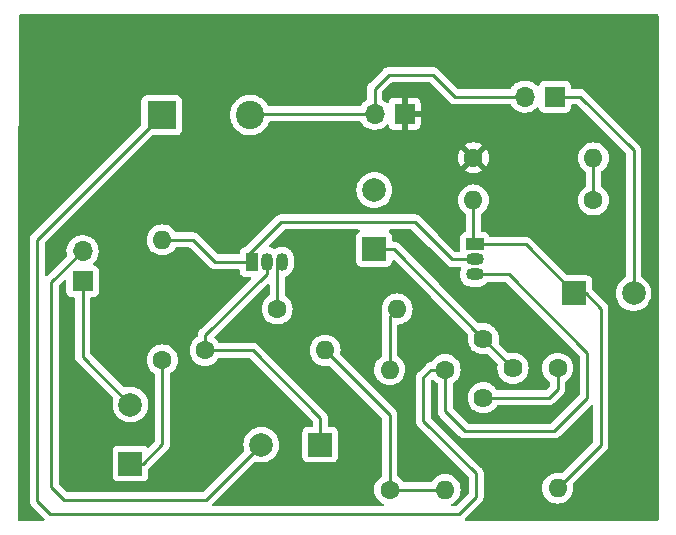
<source format=gbl>
%TF.GenerationSoftware,KiCad,Pcbnew,(6.0.0)*%
%TF.CreationDate,2022-01-14T09:14:34+00:00*%
%TF.ProjectId,ampli1,616d706c-6931-42e6-9b69-6361645f7063,rev?*%
%TF.SameCoordinates,Original*%
%TF.FileFunction,Copper,L2,Bot*%
%TF.FilePolarity,Positive*%
%FSLAX46Y46*%
G04 Gerber Fmt 4.6, Leading zero omitted, Abs format (unit mm)*
G04 Created by KiCad (PCBNEW (6.0.0)) date 2022-01-14 09:14:34*
%MOMM*%
%LPD*%
G01*
G04 APERTURE LIST*
%TA.AperFunction,ComponentPad*%
%ADD10R,1.700000X1.700000*%
%TD*%
%TA.AperFunction,ComponentPad*%
%ADD11O,1.700000X1.700000*%
%TD*%
%TA.AperFunction,ComponentPad*%
%ADD12R,1.500000X1.050000*%
%TD*%
%TA.AperFunction,ComponentPad*%
%ADD13O,1.500000X1.050000*%
%TD*%
%TA.AperFunction,ComponentPad*%
%ADD14R,2.000000X2.000000*%
%TD*%
%TA.AperFunction,ComponentPad*%
%ADD15C,2.000000*%
%TD*%
%TA.AperFunction,ComponentPad*%
%ADD16C,1.600000*%
%TD*%
%TA.AperFunction,ComponentPad*%
%ADD17O,1.600000X1.600000*%
%TD*%
%TA.AperFunction,ComponentPad*%
%ADD18R,1.050000X1.500000*%
%TD*%
%TA.AperFunction,ComponentPad*%
%ADD19O,1.050000X1.500000*%
%TD*%
%TA.AperFunction,ComponentPad*%
%ADD20C,1.620000*%
%TD*%
%TA.AperFunction,ComponentPad*%
%ADD21R,2.400000X2.400000*%
%TD*%
%TA.AperFunction,ComponentPad*%
%ADD22C,2.400000*%
%TD*%
%TA.AperFunction,Conductor*%
%ADD23C,0.250000*%
%TD*%
G04 APERTURE END LIST*
D10*
%TO.P,V1,1,E1*%
%TO.N,VCC*%
X126590000Y-74415000D03*
D11*
%TO.P,V1,2,E2*%
%TO.N,GND*%
X124050000Y-74415000D03*
%TD*%
D12*
%TO.P,Q2,1,C*%
%TO.N,Net-(C5-Pad1)*%
X132540000Y-85490000D03*
D13*
%TO.P,Q2,2,B*%
%TO.N,Net-(Q1-Pad1)*%
X132540000Y-86760000D03*
%TO.P,Q2,3,E*%
%TO.N,Net-(C4-Pad1)*%
X132540000Y-88030000D03*
%TD*%
D14*
%TO.P,C1,1*%
%TO.N,Net-(C1-Pad1)*%
X119457677Y-102430000D03*
D15*
%TO.P,C1,2*%
%TO.N,Net-(C1-Pad2)*%
X114457677Y-102430000D03*
%TD*%
D16*
%TO.P,R4,1*%
%TO.N,Net-(C4-Pad1)*%
X130030000Y-96080000D03*
D17*
%TO.P,R4,2*%
%TO.N,Net-(R1-Pad2)*%
X130030000Y-106240000D03*
%TD*%
D16*
%TO.P,R5,1*%
%TO.N,Net-(R1-Pad2)*%
X125340000Y-106240000D03*
D17*
%TO.P,R5,2*%
%TO.N,GND*%
X125340000Y-96080000D03*
%TD*%
D16*
%TO.P,R1,1*%
%TO.N,Net-(C1-Pad1)*%
X109710000Y-94450000D03*
D17*
%TO.P,R1,2*%
%TO.N,Net-(R1-Pad2)*%
X119870000Y-94450000D03*
%TD*%
D14*
%TO.P,C3,1*%
%TO.N,Net-(C3-Pad1)*%
X124020000Y-85880000D03*
D15*
%TO.P,C3,2*%
%TO.N,Net-(C3-Pad2)*%
X124020000Y-80880000D03*
%TD*%
D16*
%TO.P,R3,1*%
%TO.N,Net-(C3-Pad2)*%
X115810000Y-90950000D03*
D17*
%TO.P,R3,2*%
%TO.N,GND*%
X125970000Y-90950000D03*
%TD*%
D18*
%TO.P,Q1,1,C*%
%TO.N,Net-(Q1-Pad1)*%
X113670000Y-86950000D03*
D19*
%TO.P,Q1,2,B*%
%TO.N,Net-(C1-Pad1)*%
X114940000Y-86950000D03*
%TO.P,Q1,3,E*%
%TO.N,Net-(C3-Pad2)*%
X116210000Y-86950000D03*
%TD*%
D14*
%TO.P,C5,1*%
%TO.N,Net-(C5-Pad1)*%
X140982323Y-89620000D03*
D15*
%TO.P,C5,2*%
%TO.N,Net-(C5-Pad2)*%
X145982323Y-89620000D03*
%TD*%
D16*
%TO.P,R2,1*%
%TO.N,Net-(C2-Pad1)*%
X106080000Y-95260000D03*
D17*
%TO.P,R2,2*%
%TO.N,Net-(Q1-Pad1)*%
X106080000Y-85100000D03*
%TD*%
D10*
%TO.P,J1,1,Pin_1*%
%TO.N,GND*%
X99330000Y-88600000D03*
D11*
%TO.P,J1,2,Pin_2*%
%TO.N,Net-(C1-Pad2)*%
X99330000Y-86060000D03*
%TD*%
D16*
%TO.P,R7,1*%
%TO.N,Net-(C2-Pad1)*%
X142590000Y-81720000D03*
D17*
%TO.P,R7,2*%
%TO.N,Net-(C5-Pad1)*%
X132430000Y-81720000D03*
%TD*%
D10*
%TO.P,J2,1,Pin_1*%
%TO.N,Net-(C5-Pad2)*%
X139330000Y-72965000D03*
D11*
%TO.P,J2,2,Pin_2*%
%TO.N,GND*%
X136790000Y-72965000D03*
%TD*%
D20*
%TO.P,RV1,1,1*%
%TO.N,Net-(C3-Pad1)*%
X133275000Y-93460000D03*
%TO.P,RV1,2,2*%
X135775000Y-95960000D03*
%TO.P,RV1,3,3*%
%TO.N,Net-(R6-Pad1)*%
X133275000Y-98460000D03*
%TD*%
D21*
%TO.P,C4,1*%
%TO.N,Net-(C4-Pad1)*%
X106029794Y-74530000D03*
D22*
%TO.P,C4,2*%
%TO.N,GND*%
X113529794Y-74530000D03*
%TD*%
D16*
%TO.P,R6,1*%
%TO.N,Net-(R6-Pad1)*%
X139550000Y-95960000D03*
D17*
%TO.P,R6,2*%
%TO.N,Net-(C5-Pad1)*%
X139550000Y-106120000D03*
%TD*%
D16*
%TO.P,R8,1*%
%TO.N,VCC*%
X132430000Y-78150000D03*
D17*
%TO.P,R8,2*%
%TO.N,Net-(C2-Pad1)*%
X142590000Y-78150000D03*
%TD*%
D14*
%TO.P,C2,1*%
%TO.N,Net-(C2-Pad1)*%
X103390000Y-104037677D03*
D15*
%TO.P,C2,2*%
%TO.N,GND*%
X103390000Y-99037677D03*
%TD*%
D23*
%TO.N,Net-(C1-Pad1)*%
X109710000Y-93180000D02*
X109710000Y-94450000D01*
X119457677Y-100167677D02*
X113740000Y-94450000D01*
X114940000Y-86950000D02*
X114940000Y-87950000D01*
X113740000Y-94450000D02*
X109710000Y-94450000D01*
X114940000Y-87950000D02*
X109710000Y-93180000D01*
X119457677Y-102430000D02*
X119457677Y-100167677D01*
%TO.N,Net-(C1-Pad2)*%
X96690000Y-88700000D02*
X96690000Y-105990000D01*
X99330000Y-86060000D02*
X96690000Y-88700000D01*
X96690000Y-105990000D02*
X97800000Y-107100000D01*
X97800000Y-107100000D02*
X109787677Y-107100000D01*
X109787677Y-107100000D02*
X114457677Y-102430000D01*
%TO.N,Net-(C2-Pad1)*%
X104452323Y-104037677D02*
X106080000Y-102410000D01*
X142590000Y-78150000D02*
X142590000Y-81720000D01*
X106080000Y-102410000D02*
X106080000Y-95260000D01*
X103390000Y-104037677D02*
X104452323Y-104037677D01*
%TO.N,GND*%
X124050000Y-72300000D02*
X124050000Y-74415000D01*
X99330000Y-88600000D02*
X99330000Y-94977677D01*
X125340000Y-91580000D02*
X125970000Y-90950000D01*
X124050000Y-74415000D02*
X113644794Y-74415000D01*
X125970000Y-90950000D02*
X126080000Y-90840000D01*
X125340000Y-96080000D02*
X125340000Y-91580000D01*
X99330000Y-94977677D02*
X103390000Y-99037677D01*
X128980000Y-71110000D02*
X125240000Y-71110000D01*
X126080000Y-90840000D02*
X126080000Y-90590000D01*
X125240000Y-71110000D02*
X124050000Y-72300000D01*
X113644794Y-74415000D02*
X113529794Y-74530000D01*
X136790000Y-72965000D02*
X130835000Y-72965000D01*
X130835000Y-72965000D02*
X128980000Y-71110000D01*
%TO.N,Net-(C3-Pad1)*%
X133275000Y-93460000D02*
X125695000Y-85880000D01*
X133275000Y-93460000D02*
X135775000Y-95960000D01*
X125695000Y-85880000D02*
X124020000Y-85880000D01*
%TO.N,Net-(C3-Pad2)*%
X115810000Y-90950000D02*
X115810000Y-87350000D01*
X115810000Y-87350000D02*
X116210000Y-86950000D01*
%TO.N,Net-(C4-Pad1)*%
X106029794Y-74530000D02*
X95490000Y-85069794D01*
X142060000Y-94650000D02*
X135440000Y-88030000D01*
X139270000Y-101280000D02*
X142060000Y-98490000D01*
X142060000Y-98490000D02*
X142060000Y-94650000D01*
X130030000Y-96080000D02*
X130030000Y-99610000D01*
X128180000Y-100400000D02*
X128180000Y-96750000D01*
X132650000Y-104870000D02*
X128180000Y-100400000D01*
X128180000Y-96750000D02*
X128850000Y-96080000D01*
X95490000Y-107180000D02*
X96610000Y-108300000D01*
X131700000Y-101280000D02*
X139270000Y-101280000D01*
X132650000Y-106860000D02*
X132650000Y-104870000D01*
X128850000Y-96080000D02*
X130030000Y-96080000D01*
X96610000Y-108300000D02*
X131210000Y-108300000D01*
X95490000Y-85069794D02*
X95490000Y-107180000D01*
X130030000Y-99610000D02*
X131700000Y-101280000D01*
X135440000Y-88030000D02*
X132540000Y-88030000D01*
X131210000Y-108300000D02*
X132650000Y-106860000D01*
%TO.N,Net-(C5-Pad1)*%
X136852323Y-85490000D02*
X140982323Y-89620000D01*
X141930000Y-89620000D02*
X140982323Y-89620000D01*
X132430000Y-81720000D02*
X132430000Y-85380000D01*
X143220000Y-102450000D02*
X143220000Y-90910000D01*
X143220000Y-90910000D02*
X141930000Y-89620000D01*
X132430000Y-85380000D02*
X132540000Y-85490000D01*
X132540000Y-85490000D02*
X136852323Y-85490000D01*
X139550000Y-106120000D02*
X143220000Y-102450000D01*
%TO.N,Net-(C5-Pad2)*%
X145982323Y-77502323D02*
X145982323Y-89620000D01*
X139330000Y-72965000D02*
X141445000Y-72965000D01*
X141445000Y-72965000D02*
X145982323Y-77502323D01*
%TO.N,Net-(Q1-Pad1)*%
X110540000Y-86950000D02*
X108690000Y-85100000D01*
X113670000Y-86950000D02*
X113670000Y-86725000D01*
X116175000Y-83580000D02*
X127470000Y-83580000D01*
X113670000Y-86725000D02*
X113350000Y-86405000D01*
X127470000Y-83580000D02*
X130650000Y-86760000D01*
X113350000Y-86405000D02*
X116175000Y-83580000D01*
X130650000Y-86760000D02*
X132540000Y-86760000D01*
X108690000Y-85100000D02*
X106080000Y-85100000D01*
X113670000Y-86950000D02*
X110540000Y-86950000D01*
%TO.N,Net-(R1-Pad2)*%
X125340000Y-99920000D02*
X119870000Y-94450000D01*
X125340000Y-106240000D02*
X130030000Y-106240000D01*
X125340000Y-106240000D02*
X125340000Y-99920000D01*
%TO.N,Net-(R6-Pad1)*%
X138790000Y-98460000D02*
X133275000Y-98460000D01*
X139550000Y-97700000D02*
X138790000Y-98460000D01*
X139550000Y-95960000D02*
X139550000Y-97700000D01*
%TO.N,VCC*%
X128695000Y-74415000D02*
X132430000Y-78150000D01*
X126590000Y-74415000D02*
X128695000Y-74415000D01*
%TD*%
%TA.AperFunction,Conductor*%
%TO.N,VCC*%
G36*
X148042121Y-66010002D02*
G01*
X148088614Y-66063658D01*
X148100000Y-66116000D01*
X148100000Y-108756000D01*
X148079998Y-108824121D01*
X148026342Y-108870614D01*
X147974000Y-108882000D01*
X131828094Y-108882000D01*
X131759973Y-108861998D01*
X131713480Y-108808342D01*
X131703376Y-108738068D01*
X131732870Y-108673488D01*
X131738999Y-108666905D01*
X133042247Y-107363657D01*
X133050537Y-107356113D01*
X133057018Y-107352000D01*
X133103659Y-107302332D01*
X133106413Y-107299491D01*
X133126135Y-107279769D01*
X133128612Y-107276576D01*
X133136317Y-107267555D01*
X133148702Y-107254366D01*
X133166586Y-107235321D01*
X133172889Y-107223856D01*
X133176346Y-107217568D01*
X133187202Y-107201041D01*
X133194757Y-107191302D01*
X133194758Y-107191300D01*
X133199614Y-107185040D01*
X133217174Y-107144460D01*
X133222391Y-107133812D01*
X133239875Y-107102009D01*
X133239876Y-107102007D01*
X133243695Y-107095060D01*
X133248733Y-107075437D01*
X133255137Y-107056734D01*
X133260033Y-107045420D01*
X133260033Y-107045419D01*
X133263181Y-107038145D01*
X133264420Y-107030322D01*
X133264423Y-107030312D01*
X133270099Y-106994476D01*
X133272505Y-106982856D01*
X133281528Y-106947711D01*
X133281528Y-106947710D01*
X133283500Y-106940030D01*
X133283500Y-106919776D01*
X133285051Y-106900065D01*
X133286091Y-106893502D01*
X133288220Y-106880057D01*
X133284059Y-106836038D01*
X133283500Y-106824181D01*
X133283500Y-104948768D01*
X133284027Y-104937585D01*
X133285702Y-104930092D01*
X133283562Y-104862001D01*
X133283500Y-104858044D01*
X133283500Y-104830144D01*
X133282996Y-104826153D01*
X133282063Y-104814311D01*
X133281955Y-104810848D01*
X133280674Y-104770111D01*
X133275021Y-104750652D01*
X133271012Y-104731293D01*
X133270846Y-104729983D01*
X133268474Y-104711203D01*
X133265558Y-104703837D01*
X133265556Y-104703831D01*
X133252200Y-104670098D01*
X133248355Y-104658868D01*
X133238230Y-104624017D01*
X133238230Y-104624016D01*
X133236019Y-104616407D01*
X133225705Y-104598966D01*
X133217008Y-104581213D01*
X133212472Y-104569758D01*
X133209552Y-104562383D01*
X133183563Y-104526612D01*
X133177047Y-104516692D01*
X133154542Y-104478638D01*
X133140221Y-104464317D01*
X133127380Y-104449283D01*
X133120131Y-104439306D01*
X133115472Y-104432893D01*
X133081395Y-104404702D01*
X133072616Y-104396712D01*
X128850405Y-100174500D01*
X128816379Y-100112188D01*
X128813500Y-100085405D01*
X128813500Y-97064595D01*
X128833502Y-96996474D01*
X128850406Y-96975498D01*
X128873610Y-96952295D01*
X128935923Y-96918271D01*
X129006739Y-96923337D01*
X129051799Y-96952297D01*
X129185700Y-97086198D01*
X129190208Y-97089355D01*
X129190211Y-97089357D01*
X129342771Y-97196181D01*
X129387099Y-97251638D01*
X129396500Y-97299394D01*
X129396500Y-99531233D01*
X129395973Y-99542416D01*
X129394298Y-99549909D01*
X129394547Y-99557835D01*
X129394547Y-99557836D01*
X129396438Y-99617986D01*
X129396500Y-99621945D01*
X129396500Y-99649856D01*
X129396997Y-99653790D01*
X129396997Y-99653791D01*
X129397005Y-99653856D01*
X129397938Y-99665693D01*
X129399327Y-99709889D01*
X129404978Y-99729339D01*
X129408987Y-99748700D01*
X129411526Y-99768797D01*
X129414445Y-99776168D01*
X129414445Y-99776170D01*
X129427804Y-99809912D01*
X129431649Y-99821142D01*
X129443982Y-99863593D01*
X129448015Y-99870412D01*
X129448017Y-99870417D01*
X129454293Y-99881028D01*
X129462988Y-99898776D01*
X129470448Y-99917617D01*
X129475110Y-99924033D01*
X129475110Y-99924034D01*
X129496436Y-99953387D01*
X129502952Y-99963307D01*
X129525458Y-100001362D01*
X129539779Y-100015683D01*
X129552619Y-100030716D01*
X129564528Y-100047107D01*
X129589526Y-100067787D01*
X129598605Y-100075298D01*
X129607384Y-100083288D01*
X131196343Y-101672247D01*
X131203887Y-101680537D01*
X131208000Y-101687018D01*
X131213777Y-101692443D01*
X131257667Y-101733658D01*
X131260509Y-101736413D01*
X131280231Y-101756135D01*
X131283355Y-101758558D01*
X131283359Y-101758562D01*
X131283424Y-101758612D01*
X131292445Y-101766317D01*
X131324679Y-101796586D01*
X131331627Y-101800405D01*
X131331629Y-101800407D01*
X131342432Y-101806346D01*
X131358959Y-101817202D01*
X131368698Y-101824757D01*
X131368700Y-101824758D01*
X131374960Y-101829614D01*
X131415540Y-101847174D01*
X131426188Y-101852391D01*
X131450976Y-101866018D01*
X131464940Y-101873695D01*
X131472616Y-101875666D01*
X131472619Y-101875667D01*
X131484562Y-101878733D01*
X131503267Y-101885137D01*
X131521855Y-101893181D01*
X131529678Y-101894420D01*
X131529688Y-101894423D01*
X131565524Y-101900099D01*
X131577144Y-101902505D01*
X131608959Y-101910673D01*
X131619970Y-101913500D01*
X131640224Y-101913500D01*
X131659934Y-101915051D01*
X131679943Y-101918220D01*
X131687835Y-101917474D01*
X131706580Y-101915702D01*
X131723962Y-101914059D01*
X131735819Y-101913500D01*
X139191233Y-101913500D01*
X139202416Y-101914027D01*
X139209909Y-101915702D01*
X139217835Y-101915453D01*
X139217836Y-101915453D01*
X139277986Y-101913562D01*
X139281945Y-101913500D01*
X139309856Y-101913500D01*
X139313791Y-101913003D01*
X139313856Y-101912995D01*
X139325693Y-101912062D01*
X139357951Y-101911048D01*
X139361970Y-101910922D01*
X139369889Y-101910673D01*
X139389343Y-101905021D01*
X139408700Y-101901013D01*
X139420930Y-101899468D01*
X139420931Y-101899468D01*
X139428797Y-101898474D01*
X139436168Y-101895555D01*
X139436170Y-101895555D01*
X139469912Y-101882196D01*
X139481142Y-101878351D01*
X139515983Y-101868229D01*
X139515984Y-101868229D01*
X139523593Y-101866018D01*
X139530412Y-101861985D01*
X139530417Y-101861983D01*
X139541028Y-101855707D01*
X139558776Y-101847012D01*
X139577617Y-101839552D01*
X139613387Y-101813564D01*
X139623307Y-101807048D01*
X139654535Y-101788580D01*
X139654538Y-101788578D01*
X139661362Y-101784542D01*
X139675683Y-101770221D01*
X139690717Y-101757380D01*
X139692431Y-101756135D01*
X139707107Y-101745472D01*
X139735298Y-101711395D01*
X139743288Y-101702616D01*
X142371405Y-99074500D01*
X142433717Y-99040474D01*
X142504533Y-99045539D01*
X142561368Y-99088086D01*
X142586179Y-99154606D01*
X142586500Y-99163595D01*
X142586500Y-102135406D01*
X142566498Y-102203527D01*
X142549595Y-102224501D01*
X139963248Y-104810848D01*
X139900936Y-104844874D01*
X139841541Y-104843459D01*
X139783409Y-104827882D01*
X139783398Y-104827880D01*
X139778087Y-104826457D01*
X139550000Y-104806502D01*
X139321913Y-104826457D01*
X139316600Y-104827881D01*
X139316598Y-104827881D01*
X139106067Y-104884293D01*
X139106065Y-104884294D01*
X139100757Y-104885716D01*
X139095776Y-104888039D01*
X139095775Y-104888039D01*
X138898238Y-104980151D01*
X138898233Y-104980154D01*
X138893251Y-104982477D01*
X138788389Y-105055902D01*
X138710211Y-105110643D01*
X138710208Y-105110645D01*
X138705700Y-105113802D01*
X138543802Y-105275700D01*
X138540645Y-105280208D01*
X138540643Y-105280211D01*
X138532691Y-105291568D01*
X138412477Y-105463251D01*
X138410154Y-105468233D01*
X138410151Y-105468238D01*
X138356520Y-105583251D01*
X138315716Y-105670757D01*
X138314294Y-105676065D01*
X138314293Y-105676067D01*
X138257883Y-105886591D01*
X138256457Y-105891913D01*
X138236502Y-106120000D01*
X138256457Y-106348087D01*
X138315716Y-106569243D01*
X138318039Y-106574224D01*
X138318039Y-106574225D01*
X138410151Y-106771762D01*
X138410154Y-106771767D01*
X138412477Y-106776749D01*
X138474555Y-106865405D01*
X138517845Y-106927229D01*
X138543802Y-106964300D01*
X138705700Y-107126198D01*
X138710208Y-107129355D01*
X138710211Y-107129357D01*
X138724003Y-107139014D01*
X138893251Y-107257523D01*
X138898233Y-107259846D01*
X138898238Y-107259849D01*
X139083356Y-107346170D01*
X139100757Y-107354284D01*
X139106065Y-107355706D01*
X139106067Y-107355707D01*
X139316598Y-107412119D01*
X139316600Y-107412119D01*
X139321913Y-107413543D01*
X139550000Y-107433498D01*
X139778087Y-107413543D01*
X139783400Y-107412119D01*
X139783402Y-107412119D01*
X139993933Y-107355707D01*
X139993935Y-107355706D01*
X139999243Y-107354284D01*
X140016644Y-107346170D01*
X140201762Y-107259849D01*
X140201767Y-107259846D01*
X140206749Y-107257523D01*
X140375997Y-107139014D01*
X140389789Y-107129357D01*
X140389792Y-107129355D01*
X140394300Y-107126198D01*
X140556198Y-106964300D01*
X140582156Y-106927229D01*
X140625445Y-106865405D01*
X140687523Y-106776749D01*
X140689846Y-106771767D01*
X140689849Y-106771762D01*
X140781961Y-106574225D01*
X140781961Y-106574224D01*
X140784284Y-106569243D01*
X140843543Y-106348087D01*
X140863498Y-106120000D01*
X140843543Y-105891913D01*
X140842119Y-105886598D01*
X140842118Y-105886591D01*
X140826541Y-105828459D01*
X140828230Y-105757483D01*
X140859152Y-105706752D01*
X143612253Y-102953652D01*
X143620539Y-102946112D01*
X143627018Y-102942000D01*
X143673644Y-102892348D01*
X143676398Y-102889507D01*
X143696135Y-102869770D01*
X143698615Y-102866573D01*
X143706320Y-102857551D01*
X143731159Y-102831100D01*
X143736586Y-102825321D01*
X143740405Y-102818375D01*
X143740407Y-102818372D01*
X143746348Y-102807566D01*
X143757199Y-102791047D01*
X143764758Y-102781301D01*
X143769614Y-102775041D01*
X143772759Y-102767772D01*
X143772762Y-102767768D01*
X143787174Y-102734463D01*
X143792391Y-102723813D01*
X143813695Y-102685060D01*
X143818733Y-102665437D01*
X143825137Y-102646734D01*
X143830033Y-102635420D01*
X143830033Y-102635419D01*
X143833181Y-102628145D01*
X143834420Y-102620322D01*
X143834423Y-102620312D01*
X143840099Y-102584476D01*
X143842505Y-102572856D01*
X143851528Y-102537711D01*
X143851528Y-102537710D01*
X143853500Y-102530030D01*
X143853500Y-102509776D01*
X143855051Y-102490065D01*
X143856980Y-102477886D01*
X143858220Y-102470057D01*
X143854059Y-102426038D01*
X143853500Y-102414181D01*
X143853500Y-90988763D01*
X143854027Y-90977579D01*
X143855701Y-90970091D01*
X143853562Y-90902032D01*
X143853500Y-90898075D01*
X143853500Y-90870144D01*
X143852994Y-90866138D01*
X143852061Y-90854292D01*
X143851825Y-90846759D01*
X143850673Y-90810110D01*
X143845022Y-90790658D01*
X143841014Y-90771306D01*
X143839468Y-90759068D01*
X143839467Y-90759066D01*
X143838474Y-90751203D01*
X143822194Y-90710086D01*
X143818359Y-90698885D01*
X143806018Y-90656406D01*
X143801985Y-90649587D01*
X143801983Y-90649582D01*
X143795707Y-90638971D01*
X143787010Y-90621221D01*
X143779552Y-90602383D01*
X143753571Y-90566623D01*
X143747053Y-90556701D01*
X143728578Y-90525460D01*
X143728574Y-90525455D01*
X143724542Y-90518637D01*
X143710218Y-90504313D01*
X143697376Y-90489278D01*
X143685472Y-90472893D01*
X143651406Y-90444711D01*
X143642627Y-90436722D01*
X142527728Y-89321823D01*
X142493702Y-89259511D01*
X142490823Y-89232728D01*
X142490823Y-88571866D01*
X142484068Y-88509684D01*
X142432938Y-88373295D01*
X142345584Y-88256739D01*
X142229028Y-88169385D01*
X142092639Y-88118255D01*
X142030457Y-88111500D01*
X140421917Y-88111500D01*
X140353796Y-88091498D01*
X140332822Y-88074595D01*
X137355975Y-85097747D01*
X137348435Y-85089461D01*
X137344323Y-85082982D01*
X137323099Y-85063051D01*
X137294672Y-85036357D01*
X137291830Y-85033602D01*
X137272093Y-85013865D01*
X137268896Y-85011385D01*
X137259874Y-85003680D01*
X137227644Y-84973414D01*
X137220698Y-84969595D01*
X137220695Y-84969593D01*
X137209889Y-84963652D01*
X137193370Y-84952801D01*
X137185811Y-84946938D01*
X137177364Y-84940386D01*
X137170095Y-84937241D01*
X137170091Y-84937238D01*
X137136786Y-84922826D01*
X137126136Y-84917609D01*
X137087383Y-84896305D01*
X137067760Y-84891267D01*
X137049057Y-84884863D01*
X137037743Y-84879967D01*
X137037742Y-84879967D01*
X137030468Y-84876819D01*
X137022645Y-84875580D01*
X137022635Y-84875577D01*
X136986799Y-84869901D01*
X136975179Y-84867495D01*
X136940034Y-84858472D01*
X136940033Y-84858472D01*
X136932353Y-84856500D01*
X136912099Y-84856500D01*
X136892388Y-84854949D01*
X136880209Y-84853020D01*
X136872380Y-84851780D01*
X136864488Y-84852526D01*
X136828362Y-84855941D01*
X136816504Y-84856500D01*
X133879754Y-84856500D01*
X133811633Y-84836498D01*
X133765140Y-84782842D01*
X133761772Y-84774730D01*
X133743767Y-84726703D01*
X133740615Y-84718295D01*
X133653261Y-84601739D01*
X133536705Y-84514385D01*
X133400316Y-84463255D01*
X133338134Y-84456500D01*
X133189500Y-84456500D01*
X133121379Y-84436498D01*
X133074886Y-84382842D01*
X133063500Y-84330500D01*
X133063500Y-82939394D01*
X133083502Y-82871273D01*
X133117229Y-82836181D01*
X133269789Y-82729357D01*
X133269792Y-82729355D01*
X133274300Y-82726198D01*
X133436198Y-82564300D01*
X133567523Y-82376749D01*
X133569846Y-82371767D01*
X133569849Y-82371762D01*
X133661961Y-82174225D01*
X133661961Y-82174224D01*
X133664284Y-82169243D01*
X133723543Y-81948087D01*
X133743498Y-81720000D01*
X141276502Y-81720000D01*
X141296457Y-81948087D01*
X141355716Y-82169243D01*
X141358039Y-82174224D01*
X141358039Y-82174225D01*
X141450151Y-82371762D01*
X141450154Y-82371767D01*
X141452477Y-82376749D01*
X141583802Y-82564300D01*
X141745700Y-82726198D01*
X141750208Y-82729355D01*
X141750211Y-82729357D01*
X141828389Y-82784098D01*
X141933251Y-82857523D01*
X141938233Y-82859846D01*
X141938238Y-82859849D01*
X142134868Y-82951538D01*
X142140757Y-82954284D01*
X142146065Y-82955706D01*
X142146067Y-82955707D01*
X142356598Y-83012119D01*
X142356600Y-83012119D01*
X142361913Y-83013543D01*
X142590000Y-83033498D01*
X142818087Y-83013543D01*
X142823400Y-83012119D01*
X142823402Y-83012119D01*
X143033933Y-82955707D01*
X143033935Y-82955706D01*
X143039243Y-82954284D01*
X143045132Y-82951538D01*
X143241762Y-82859849D01*
X143241767Y-82859846D01*
X143246749Y-82857523D01*
X143351611Y-82784098D01*
X143429789Y-82729357D01*
X143429792Y-82729355D01*
X143434300Y-82726198D01*
X143596198Y-82564300D01*
X143727523Y-82376749D01*
X143729846Y-82371767D01*
X143729849Y-82371762D01*
X143821961Y-82174225D01*
X143821961Y-82174224D01*
X143824284Y-82169243D01*
X143883543Y-81948087D01*
X143903498Y-81720000D01*
X143883543Y-81491913D01*
X143824284Y-81270757D01*
X143750151Y-81111777D01*
X143729849Y-81068238D01*
X143729846Y-81068233D01*
X143727523Y-81063251D01*
X143596198Y-80875700D01*
X143434300Y-80713802D01*
X143429792Y-80710645D01*
X143429789Y-80710643D01*
X143277229Y-80603819D01*
X143232901Y-80548362D01*
X143223500Y-80500606D01*
X143223500Y-79369394D01*
X143243502Y-79301273D01*
X143277229Y-79266181D01*
X143429789Y-79159357D01*
X143429792Y-79159355D01*
X143434300Y-79156198D01*
X143596198Y-78994300D01*
X143727523Y-78806749D01*
X143729846Y-78801767D01*
X143729849Y-78801762D01*
X143821961Y-78604225D01*
X143821961Y-78604224D01*
X143824284Y-78599243D01*
X143844976Y-78522022D01*
X143882119Y-78383402D01*
X143882119Y-78383400D01*
X143883543Y-78378087D01*
X143903498Y-78150000D01*
X143883543Y-77921913D01*
X143882119Y-77916598D01*
X143825707Y-77706067D01*
X143825706Y-77706065D01*
X143824284Y-77700757D01*
X143821961Y-77695775D01*
X143729849Y-77498238D01*
X143729846Y-77498233D01*
X143727523Y-77493251D01*
X143636753Y-77363618D01*
X143599357Y-77310211D01*
X143599355Y-77310208D01*
X143596198Y-77305700D01*
X143434300Y-77143802D01*
X143429792Y-77140645D01*
X143429789Y-77140643D01*
X143337059Y-77075713D01*
X143246749Y-77012477D01*
X143241767Y-77010154D01*
X143241762Y-77010151D01*
X143044225Y-76918039D01*
X143044224Y-76918039D01*
X143039243Y-76915716D01*
X143033935Y-76914294D01*
X143033933Y-76914293D01*
X142823402Y-76857881D01*
X142823400Y-76857881D01*
X142818087Y-76856457D01*
X142590000Y-76836502D01*
X142361913Y-76856457D01*
X142356600Y-76857881D01*
X142356598Y-76857881D01*
X142146067Y-76914293D01*
X142146065Y-76914294D01*
X142140757Y-76915716D01*
X142135776Y-76918039D01*
X142135775Y-76918039D01*
X141938238Y-77010151D01*
X141938233Y-77010154D01*
X141933251Y-77012477D01*
X141842941Y-77075713D01*
X141750211Y-77140643D01*
X141750208Y-77140645D01*
X141745700Y-77143802D01*
X141583802Y-77305700D01*
X141580645Y-77310208D01*
X141580643Y-77310211D01*
X141543247Y-77363618D01*
X141452477Y-77493251D01*
X141450154Y-77498233D01*
X141450151Y-77498238D01*
X141358039Y-77695775D01*
X141355716Y-77700757D01*
X141354294Y-77706065D01*
X141354293Y-77706067D01*
X141297881Y-77916598D01*
X141296457Y-77921913D01*
X141276502Y-78150000D01*
X141296457Y-78378087D01*
X141297881Y-78383400D01*
X141297881Y-78383402D01*
X141335025Y-78522022D01*
X141355716Y-78599243D01*
X141358039Y-78604224D01*
X141358039Y-78604225D01*
X141450151Y-78801762D01*
X141450154Y-78801767D01*
X141452477Y-78806749D01*
X141583802Y-78994300D01*
X141745700Y-79156198D01*
X141750208Y-79159355D01*
X141750211Y-79159357D01*
X141902771Y-79266181D01*
X141947099Y-79321638D01*
X141956500Y-79369394D01*
X141956500Y-80500606D01*
X141936498Y-80568727D01*
X141902771Y-80603819D01*
X141750211Y-80710643D01*
X141750208Y-80710645D01*
X141745700Y-80713802D01*
X141583802Y-80875700D01*
X141452477Y-81063251D01*
X141450154Y-81068233D01*
X141450151Y-81068238D01*
X141429849Y-81111777D01*
X141355716Y-81270757D01*
X141296457Y-81491913D01*
X141276502Y-81720000D01*
X133743498Y-81720000D01*
X133723543Y-81491913D01*
X133664284Y-81270757D01*
X133590151Y-81111777D01*
X133569849Y-81068238D01*
X133569846Y-81068233D01*
X133567523Y-81063251D01*
X133436198Y-80875700D01*
X133274300Y-80713802D01*
X133269792Y-80710645D01*
X133269789Y-80710643D01*
X133173597Y-80643289D01*
X133086749Y-80582477D01*
X133081767Y-80580154D01*
X133081762Y-80580151D01*
X132884225Y-80488039D01*
X132884224Y-80488039D01*
X132879243Y-80485716D01*
X132873935Y-80484294D01*
X132873933Y-80484293D01*
X132663402Y-80427881D01*
X132663400Y-80427881D01*
X132658087Y-80426457D01*
X132430000Y-80406502D01*
X132201913Y-80426457D01*
X132196600Y-80427881D01*
X132196598Y-80427881D01*
X131986067Y-80484293D01*
X131986065Y-80484294D01*
X131980757Y-80485716D01*
X131975776Y-80488039D01*
X131975775Y-80488039D01*
X131778238Y-80580151D01*
X131778233Y-80580154D01*
X131773251Y-80582477D01*
X131686403Y-80643289D01*
X131590211Y-80710643D01*
X131590208Y-80710645D01*
X131585700Y-80713802D01*
X131423802Y-80875700D01*
X131292477Y-81063251D01*
X131290154Y-81068233D01*
X131290151Y-81068238D01*
X131269849Y-81111777D01*
X131195716Y-81270757D01*
X131136457Y-81491913D01*
X131116502Y-81720000D01*
X131136457Y-81948087D01*
X131195716Y-82169243D01*
X131198039Y-82174224D01*
X131198039Y-82174225D01*
X131290151Y-82371762D01*
X131290154Y-82371767D01*
X131292477Y-82376749D01*
X131423802Y-82564300D01*
X131585700Y-82726198D01*
X131590208Y-82729355D01*
X131590211Y-82729357D01*
X131742771Y-82836181D01*
X131787099Y-82891638D01*
X131796500Y-82939394D01*
X131796500Y-84337511D01*
X131776498Y-84405632D01*
X131722842Y-84452125D01*
X131695031Y-84459772D01*
X131695222Y-84460575D01*
X131687540Y-84462402D01*
X131679684Y-84463255D01*
X131543295Y-84514385D01*
X131426739Y-84601739D01*
X131339385Y-84718295D01*
X131288255Y-84854684D01*
X131281500Y-84916866D01*
X131281500Y-86000500D01*
X131261498Y-86068621D01*
X131207842Y-86115114D01*
X131155500Y-86126500D01*
X130964594Y-86126500D01*
X130896473Y-86106498D01*
X130875499Y-86089595D01*
X129439118Y-84653213D01*
X127973652Y-83187747D01*
X127966112Y-83179461D01*
X127962000Y-83172982D01*
X127912348Y-83126356D01*
X127909507Y-83123602D01*
X127889770Y-83103865D01*
X127886573Y-83101385D01*
X127877551Y-83093680D01*
X127864116Y-83081064D01*
X127845321Y-83063414D01*
X127838375Y-83059595D01*
X127838372Y-83059593D01*
X127827566Y-83053652D01*
X127811047Y-83042801D01*
X127810583Y-83042441D01*
X127795041Y-83030386D01*
X127787772Y-83027241D01*
X127787768Y-83027238D01*
X127754463Y-83012826D01*
X127743813Y-83007609D01*
X127705060Y-82986305D01*
X127685437Y-82981267D01*
X127666734Y-82974863D01*
X127655420Y-82969967D01*
X127655419Y-82969967D01*
X127648145Y-82966819D01*
X127640322Y-82965580D01*
X127640312Y-82965577D01*
X127604476Y-82959901D01*
X127592856Y-82957495D01*
X127557711Y-82948472D01*
X127557710Y-82948472D01*
X127550030Y-82946500D01*
X127529776Y-82946500D01*
X127510065Y-82944949D01*
X127497886Y-82943020D01*
X127490057Y-82941780D01*
X127460786Y-82944547D01*
X127446039Y-82945941D01*
X127434181Y-82946500D01*
X116253767Y-82946500D01*
X116242584Y-82945973D01*
X116235091Y-82944298D01*
X116227165Y-82944547D01*
X116227164Y-82944547D01*
X116167014Y-82946438D01*
X116163055Y-82946500D01*
X116135144Y-82946500D01*
X116131210Y-82946997D01*
X116131209Y-82946997D01*
X116131144Y-82947005D01*
X116119307Y-82947938D01*
X116087490Y-82948938D01*
X116083029Y-82949078D01*
X116075110Y-82949327D01*
X116058047Y-82954284D01*
X116055658Y-82954978D01*
X116036306Y-82958986D01*
X116029235Y-82959880D01*
X116016203Y-82961526D01*
X116008834Y-82964443D01*
X116008832Y-82964444D01*
X115975097Y-82977800D01*
X115963869Y-82981645D01*
X115921407Y-82993982D01*
X115914585Y-82998016D01*
X115914579Y-82998019D01*
X115903968Y-83004294D01*
X115886218Y-83012990D01*
X115874756Y-83017528D01*
X115874751Y-83017531D01*
X115867383Y-83020448D01*
X115850080Y-83033019D01*
X115831625Y-83046427D01*
X115821707Y-83052943D01*
X115810463Y-83059593D01*
X115783637Y-83075458D01*
X115769313Y-83089782D01*
X115754281Y-83102621D01*
X115737893Y-83114528D01*
X115709712Y-83148593D01*
X115701722Y-83157373D01*
X113204500Y-85654595D01*
X113142188Y-85688621D01*
X113115405Y-85691500D01*
X113096866Y-85691500D01*
X113034684Y-85698255D01*
X112898295Y-85749385D01*
X112781739Y-85836739D01*
X112694385Y-85953295D01*
X112643255Y-86089684D01*
X112636500Y-86151866D01*
X112636500Y-86190500D01*
X112616498Y-86258621D01*
X112562842Y-86305114D01*
X112510500Y-86316500D01*
X110854594Y-86316500D01*
X110786473Y-86296498D01*
X110765499Y-86279595D01*
X109193652Y-84707747D01*
X109186112Y-84699461D01*
X109182000Y-84692982D01*
X109132348Y-84646356D01*
X109129507Y-84643602D01*
X109109770Y-84623865D01*
X109106573Y-84621385D01*
X109097551Y-84613680D01*
X109071100Y-84588841D01*
X109065321Y-84583414D01*
X109058375Y-84579595D01*
X109058372Y-84579593D01*
X109047566Y-84573652D01*
X109031047Y-84562801D01*
X109030583Y-84562441D01*
X109015041Y-84550386D01*
X109007772Y-84547241D01*
X109007768Y-84547238D01*
X108974463Y-84532826D01*
X108963813Y-84527609D01*
X108925060Y-84506305D01*
X108905437Y-84501267D01*
X108886734Y-84494863D01*
X108875420Y-84489967D01*
X108875419Y-84489967D01*
X108868145Y-84486819D01*
X108860322Y-84485580D01*
X108860312Y-84485577D01*
X108824476Y-84479901D01*
X108812856Y-84477495D01*
X108777711Y-84468472D01*
X108777710Y-84468472D01*
X108770030Y-84466500D01*
X108749776Y-84466500D01*
X108730065Y-84464949D01*
X108717886Y-84463020D01*
X108710057Y-84461780D01*
X108702165Y-84462526D01*
X108666039Y-84465941D01*
X108654181Y-84466500D01*
X107299394Y-84466500D01*
X107231273Y-84446498D01*
X107196181Y-84412771D01*
X107089357Y-84260211D01*
X107089355Y-84260208D01*
X107086198Y-84255700D01*
X106924300Y-84093802D01*
X106919792Y-84090645D01*
X106919789Y-84090643D01*
X106841611Y-84035902D01*
X106736749Y-83962477D01*
X106731767Y-83960154D01*
X106731762Y-83960151D01*
X106534225Y-83868039D01*
X106534224Y-83868039D01*
X106529243Y-83865716D01*
X106523935Y-83864294D01*
X106523933Y-83864293D01*
X106313402Y-83807881D01*
X106313400Y-83807881D01*
X106308087Y-83806457D01*
X106080000Y-83786502D01*
X105851913Y-83806457D01*
X105846600Y-83807881D01*
X105846598Y-83807881D01*
X105636067Y-83864293D01*
X105636065Y-83864294D01*
X105630757Y-83865716D01*
X105625776Y-83868039D01*
X105625775Y-83868039D01*
X105428238Y-83960151D01*
X105428233Y-83960154D01*
X105423251Y-83962477D01*
X105318389Y-84035902D01*
X105240211Y-84090643D01*
X105240208Y-84090645D01*
X105235700Y-84093802D01*
X105073802Y-84255700D01*
X104942477Y-84443251D01*
X104940154Y-84448233D01*
X104940151Y-84448238D01*
X104849938Y-84641703D01*
X104845716Y-84650757D01*
X104844294Y-84656065D01*
X104844293Y-84656067D01*
X104788588Y-84863960D01*
X104786457Y-84871913D01*
X104766502Y-85100000D01*
X104786457Y-85328087D01*
X104787881Y-85333400D01*
X104787881Y-85333402D01*
X104812789Y-85426357D01*
X104845716Y-85549243D01*
X104848039Y-85554224D01*
X104848039Y-85554225D01*
X104940151Y-85751762D01*
X104940154Y-85751767D01*
X104942477Y-85756749D01*
X105073802Y-85944300D01*
X105235700Y-86106198D01*
X105240208Y-86109355D01*
X105240211Y-86109357D01*
X105269561Y-86129908D01*
X105423251Y-86237523D01*
X105428233Y-86239846D01*
X105428238Y-86239849D01*
X105625775Y-86331961D01*
X105630757Y-86334284D01*
X105636065Y-86335706D01*
X105636067Y-86335707D01*
X105846598Y-86392119D01*
X105846600Y-86392119D01*
X105851913Y-86393543D01*
X106080000Y-86413498D01*
X106308087Y-86393543D01*
X106313400Y-86392119D01*
X106313402Y-86392119D01*
X106523933Y-86335707D01*
X106523935Y-86335706D01*
X106529243Y-86334284D01*
X106534225Y-86331961D01*
X106731762Y-86239849D01*
X106731767Y-86239846D01*
X106736749Y-86237523D01*
X106890439Y-86129908D01*
X106919789Y-86109357D01*
X106919792Y-86109355D01*
X106924300Y-86106198D01*
X107086198Y-85944300D01*
X107142394Y-85864044D01*
X107196181Y-85787229D01*
X107251638Y-85742901D01*
X107299394Y-85733500D01*
X108375406Y-85733500D01*
X108443527Y-85753502D01*
X108464501Y-85770405D01*
X110036348Y-87342253D01*
X110043888Y-87350539D01*
X110048000Y-87357018D01*
X110053777Y-87362443D01*
X110097651Y-87403643D01*
X110100493Y-87406398D01*
X110120230Y-87426135D01*
X110123427Y-87428615D01*
X110132447Y-87436318D01*
X110164679Y-87466586D01*
X110171625Y-87470405D01*
X110171628Y-87470407D01*
X110182434Y-87476348D01*
X110198953Y-87487199D01*
X110214959Y-87499614D01*
X110222228Y-87502759D01*
X110222232Y-87502762D01*
X110255537Y-87517174D01*
X110266187Y-87522391D01*
X110304940Y-87543695D01*
X110312615Y-87545666D01*
X110312616Y-87545666D01*
X110324562Y-87548733D01*
X110343266Y-87555137D01*
X110346807Y-87556669D01*
X110361855Y-87563181D01*
X110369678Y-87564420D01*
X110369688Y-87564423D01*
X110405524Y-87570099D01*
X110417144Y-87572505D01*
X110452289Y-87581528D01*
X110459970Y-87583500D01*
X110480224Y-87583500D01*
X110499934Y-87585051D01*
X110519943Y-87588220D01*
X110527835Y-87587474D01*
X110553467Y-87585051D01*
X110563962Y-87584059D01*
X110575819Y-87583500D01*
X112510500Y-87583500D01*
X112578621Y-87603502D01*
X112625114Y-87657158D01*
X112636500Y-87709500D01*
X112636500Y-87748134D01*
X112643255Y-87810316D01*
X112694385Y-87946705D01*
X112781739Y-88063261D01*
X112898295Y-88150615D01*
X113034684Y-88201745D01*
X113096866Y-88208500D01*
X113481406Y-88208500D01*
X113549527Y-88228502D01*
X113596020Y-88282158D01*
X113606124Y-88352432D01*
X113576630Y-88417012D01*
X113570502Y-88423594D01*
X111437394Y-90556701D01*
X109317747Y-92676348D01*
X109309461Y-92683888D01*
X109302982Y-92688000D01*
X109297557Y-92693777D01*
X109256357Y-92737651D01*
X109253602Y-92740493D01*
X109233865Y-92760230D01*
X109231385Y-92763427D01*
X109223682Y-92772447D01*
X109193414Y-92804679D01*
X109189595Y-92811625D01*
X109189593Y-92811628D01*
X109183652Y-92822434D01*
X109172801Y-92838953D01*
X109160386Y-92854959D01*
X109157241Y-92862228D01*
X109157238Y-92862232D01*
X109142826Y-92895537D01*
X109137609Y-92906187D01*
X109116305Y-92944940D01*
X109114334Y-92952615D01*
X109114334Y-92952616D01*
X109111267Y-92964562D01*
X109104863Y-92983266D01*
X109096819Y-93001855D01*
X109095580Y-93009678D01*
X109095577Y-93009688D01*
X109089901Y-93045524D01*
X109087495Y-93057144D01*
X109076500Y-93099970D01*
X109076500Y-93120224D01*
X109074949Y-93139934D01*
X109071780Y-93159943D01*
X109072526Y-93167835D01*
X109075941Y-93203961D01*
X109076500Y-93215819D01*
X109076500Y-93230606D01*
X109056498Y-93298727D01*
X109022771Y-93333819D01*
X108870211Y-93440643D01*
X108870208Y-93440645D01*
X108865700Y-93443802D01*
X108703802Y-93605700D01*
X108572477Y-93793251D01*
X108570154Y-93798233D01*
X108570151Y-93798238D01*
X108491046Y-93967881D01*
X108475716Y-94000757D01*
X108474294Y-94006065D01*
X108474293Y-94006067D01*
X108444627Y-94116781D01*
X108416457Y-94221913D01*
X108396502Y-94450000D01*
X108416457Y-94678087D01*
X108417880Y-94683398D01*
X108417881Y-94683402D01*
X108445367Y-94785978D01*
X108475716Y-94899243D01*
X108478039Y-94904224D01*
X108478039Y-94904225D01*
X108570151Y-95101762D01*
X108570154Y-95101767D01*
X108572477Y-95106749D01*
X108622080Y-95177589D01*
X108692335Y-95277923D01*
X108703802Y-95294300D01*
X108865700Y-95456198D01*
X108870208Y-95459355D01*
X108870211Y-95459357D01*
X108936503Y-95505775D01*
X109053251Y-95587523D01*
X109058233Y-95589846D01*
X109058238Y-95589849D01*
X109255775Y-95681961D01*
X109260757Y-95684284D01*
X109266065Y-95685706D01*
X109266067Y-95685707D01*
X109476598Y-95742119D01*
X109476600Y-95742119D01*
X109481913Y-95743543D01*
X109710000Y-95763498D01*
X109938087Y-95743543D01*
X109943400Y-95742119D01*
X109943402Y-95742119D01*
X110153933Y-95685707D01*
X110153935Y-95685706D01*
X110159243Y-95684284D01*
X110164225Y-95681961D01*
X110361762Y-95589849D01*
X110361767Y-95589846D01*
X110366749Y-95587523D01*
X110483497Y-95505775D01*
X110549789Y-95459357D01*
X110549792Y-95459355D01*
X110554300Y-95456198D01*
X110716198Y-95294300D01*
X110722504Y-95285294D01*
X110826181Y-95137229D01*
X110881638Y-95092901D01*
X110929394Y-95083500D01*
X113425406Y-95083500D01*
X113493527Y-95103502D01*
X113514501Y-95120405D01*
X118787272Y-100393176D01*
X118821298Y-100455488D01*
X118824177Y-100482271D01*
X118824177Y-100795500D01*
X118804175Y-100863621D01*
X118750519Y-100910114D01*
X118698177Y-100921500D01*
X118409543Y-100921500D01*
X118347361Y-100928255D01*
X118210972Y-100979385D01*
X118094416Y-101066739D01*
X118007062Y-101183295D01*
X117955932Y-101319684D01*
X117949177Y-101381866D01*
X117949177Y-103478134D01*
X117955932Y-103540316D01*
X118007062Y-103676705D01*
X118094416Y-103793261D01*
X118210972Y-103880615D01*
X118347361Y-103931745D01*
X118409543Y-103938500D01*
X120505811Y-103938500D01*
X120567993Y-103931745D01*
X120704382Y-103880615D01*
X120820938Y-103793261D01*
X120908292Y-103676705D01*
X120959422Y-103540316D01*
X120966177Y-103478134D01*
X120966177Y-101381866D01*
X120959422Y-101319684D01*
X120908292Y-101183295D01*
X120820938Y-101066739D01*
X120704382Y-100979385D01*
X120567993Y-100928255D01*
X120505811Y-100921500D01*
X120217177Y-100921500D01*
X120149056Y-100901498D01*
X120102563Y-100847842D01*
X120091177Y-100795500D01*
X120091177Y-100246440D01*
X120091704Y-100235256D01*
X120093378Y-100227768D01*
X120091239Y-100159709D01*
X120091177Y-100155752D01*
X120091177Y-100127821D01*
X120090671Y-100123815D01*
X120089738Y-100111969D01*
X120088904Y-100085405D01*
X120088350Y-100067787D01*
X120082699Y-100048335D01*
X120078691Y-100028983D01*
X120077144Y-100016740D01*
X120076151Y-100008880D01*
X120073233Y-100001509D01*
X120059877Y-99967774D01*
X120056032Y-99956547D01*
X120055114Y-99953387D01*
X120043695Y-99914084D01*
X120039661Y-99907262D01*
X120039658Y-99907256D01*
X120033383Y-99896645D01*
X120024687Y-99878895D01*
X120020149Y-99867433D01*
X120020146Y-99867428D01*
X120017229Y-99860060D01*
X120004578Y-99842647D01*
X119991250Y-99824302D01*
X119984734Y-99814384D01*
X119966252Y-99783134D01*
X119962219Y-99776314D01*
X119947895Y-99761990D01*
X119935053Y-99746955D01*
X119923149Y-99730570D01*
X119889083Y-99702388D01*
X119880304Y-99694399D01*
X114243652Y-94057747D01*
X114236112Y-94049461D01*
X114232000Y-94042982D01*
X114182348Y-93996356D01*
X114179507Y-93993602D01*
X114159770Y-93973865D01*
X114156573Y-93971385D01*
X114147551Y-93963680D01*
X114121100Y-93938841D01*
X114115321Y-93933414D01*
X114108375Y-93929595D01*
X114108372Y-93929593D01*
X114097566Y-93923652D01*
X114081047Y-93912801D01*
X114080583Y-93912441D01*
X114065041Y-93900386D01*
X114057772Y-93897241D01*
X114057768Y-93897238D01*
X114024463Y-93882826D01*
X114013813Y-93877609D01*
X113975060Y-93856305D01*
X113955437Y-93851267D01*
X113936734Y-93844863D01*
X113925420Y-93839967D01*
X113925419Y-93839967D01*
X113918145Y-93836819D01*
X113910322Y-93835580D01*
X113910312Y-93835577D01*
X113874476Y-93829901D01*
X113862856Y-93827495D01*
X113827711Y-93818472D01*
X113827710Y-93818472D01*
X113820030Y-93816500D01*
X113799776Y-93816500D01*
X113780065Y-93814949D01*
X113767886Y-93813020D01*
X113760057Y-93811780D01*
X113752165Y-93812526D01*
X113716039Y-93815941D01*
X113704181Y-93816500D01*
X110929394Y-93816500D01*
X110861273Y-93796498D01*
X110826181Y-93762771D01*
X110719357Y-93610211D01*
X110719355Y-93610208D01*
X110716198Y-93605700D01*
X110554300Y-93443802D01*
X110549789Y-93440643D01*
X110545576Y-93437108D01*
X110546894Y-93435537D01*
X110508159Y-93387059D01*
X110500864Y-93316438D01*
X110535673Y-93250231D01*
X114961405Y-88824500D01*
X115023717Y-88790474D01*
X115094532Y-88795539D01*
X115151368Y-88838086D01*
X115176179Y-88904606D01*
X115176500Y-88913595D01*
X115176500Y-89730606D01*
X115156498Y-89798727D01*
X115122771Y-89833819D01*
X114970211Y-89940643D01*
X114970208Y-89940645D01*
X114965700Y-89943802D01*
X114803802Y-90105700D01*
X114672477Y-90293251D01*
X114670154Y-90298233D01*
X114670151Y-90298238D01*
X114601850Y-90444712D01*
X114575716Y-90500757D01*
X114574294Y-90506065D01*
X114574293Y-90506067D01*
X114519622Y-90710100D01*
X114516457Y-90721913D01*
X114496502Y-90950000D01*
X114516457Y-91178087D01*
X114517881Y-91183400D01*
X114517881Y-91183402D01*
X114528919Y-91224594D01*
X114575716Y-91399243D01*
X114578039Y-91404224D01*
X114578039Y-91404225D01*
X114670151Y-91601762D01*
X114670154Y-91601767D01*
X114672477Y-91606749D01*
X114803802Y-91794300D01*
X114965700Y-91956198D01*
X114970208Y-91959355D01*
X114970211Y-91959357D01*
X115048389Y-92014098D01*
X115153251Y-92087523D01*
X115158233Y-92089846D01*
X115158238Y-92089849D01*
X115341480Y-92175295D01*
X115360757Y-92184284D01*
X115366065Y-92185706D01*
X115366067Y-92185707D01*
X115576598Y-92242119D01*
X115576600Y-92242119D01*
X115581913Y-92243543D01*
X115810000Y-92263498D01*
X116038087Y-92243543D01*
X116043400Y-92242119D01*
X116043402Y-92242119D01*
X116253933Y-92185707D01*
X116253935Y-92185706D01*
X116259243Y-92184284D01*
X116278520Y-92175295D01*
X116461762Y-92089849D01*
X116461767Y-92089846D01*
X116466749Y-92087523D01*
X116571611Y-92014098D01*
X116649789Y-91959357D01*
X116649792Y-91959355D01*
X116654300Y-91956198D01*
X116816198Y-91794300D01*
X116947523Y-91606749D01*
X116949846Y-91601767D01*
X116949849Y-91601762D01*
X117041961Y-91404225D01*
X117041961Y-91404224D01*
X117044284Y-91399243D01*
X117091082Y-91224594D01*
X117102119Y-91183402D01*
X117102119Y-91183400D01*
X117103543Y-91178087D01*
X117123498Y-90950000D01*
X117103543Y-90721913D01*
X117100378Y-90710100D01*
X117045707Y-90506067D01*
X117045706Y-90506065D01*
X117044284Y-90500757D01*
X117018150Y-90444712D01*
X116949849Y-90298238D01*
X116949846Y-90298233D01*
X116947523Y-90293251D01*
X116816198Y-90105700D01*
X116654300Y-89943802D01*
X116649792Y-89940645D01*
X116649789Y-89940643D01*
X116497229Y-89833819D01*
X116452901Y-89778362D01*
X116443500Y-89730606D01*
X116443500Y-88277915D01*
X116463502Y-88209794D01*
X116517158Y-88163301D01*
X116533909Y-88157047D01*
X116599029Y-88137881D01*
X116778645Y-88043981D01*
X116936601Y-87916981D01*
X117066881Y-87761719D01*
X117069845Y-87756327D01*
X117069848Y-87756323D01*
X117161556Y-87589506D01*
X117164523Y-87584109D01*
X117225807Y-87390916D01*
X117226751Y-87382505D01*
X117241057Y-87254960D01*
X117243500Y-87233183D01*
X117243500Y-86673996D01*
X117228723Y-86523287D01*
X117170142Y-86329258D01*
X117074990Y-86150302D01*
X117055578Y-86126500D01*
X116969991Y-86021562D01*
X116946890Y-85993237D01*
X116908772Y-85961703D01*
X116795472Y-85867973D01*
X116795469Y-85867971D01*
X116790722Y-85864044D01*
X116612435Y-85767644D01*
X116461330Y-85720869D01*
X116424707Y-85709532D01*
X116424704Y-85709531D01*
X116418820Y-85707710D01*
X116412695Y-85707066D01*
X116412694Y-85707066D01*
X116223378Y-85687168D01*
X116223377Y-85687168D01*
X116217250Y-85686524D01*
X116133986Y-85694102D01*
X116021543Y-85704335D01*
X116021540Y-85704336D01*
X116015404Y-85704894D01*
X116009498Y-85706632D01*
X116009494Y-85706633D01*
X115886268Y-85742901D01*
X115820971Y-85762119D01*
X115815514Y-85764972D01*
X115815511Y-85764973D01*
X115749299Y-85799588D01*
X115641540Y-85855923D01*
X115641538Y-85855923D01*
X115641355Y-85856019D01*
X115641337Y-85855984D01*
X115575559Y-85875889D01*
X115514591Y-85860729D01*
X115505815Y-85855984D01*
X115342435Y-85767644D01*
X115191330Y-85720869D01*
X115132171Y-85681617D01*
X115103624Y-85616613D01*
X115114753Y-85546494D01*
X115139495Y-85511409D01*
X116400499Y-84250405D01*
X116462811Y-84216379D01*
X116489594Y-84213500D01*
X122683131Y-84213500D01*
X122751252Y-84233502D01*
X122797745Y-84287158D01*
X122807849Y-84357432D01*
X122778355Y-84422012D01*
X122758696Y-84440326D01*
X122663920Y-84511357D01*
X122656739Y-84516739D01*
X122569385Y-84633295D01*
X122518255Y-84769684D01*
X122511500Y-84831866D01*
X122511500Y-86928134D01*
X122518255Y-86990316D01*
X122569385Y-87126705D01*
X122656739Y-87243261D01*
X122773295Y-87330615D01*
X122909684Y-87381745D01*
X122971866Y-87388500D01*
X125068134Y-87388500D01*
X125130316Y-87381745D01*
X125266705Y-87330615D01*
X125383261Y-87243261D01*
X125470615Y-87126705D01*
X125521745Y-86990316D01*
X125528500Y-86928134D01*
X125528500Y-86913594D01*
X125548502Y-86845473D01*
X125602158Y-86798980D01*
X125672432Y-86788876D01*
X125737012Y-86818370D01*
X125743595Y-86824499D01*
X128859738Y-89940643D01*
X131957682Y-93038587D01*
X131991708Y-93100899D01*
X131990294Y-93160292D01*
X131972995Y-93224853D01*
X131972994Y-93224860D01*
X131971571Y-93230170D01*
X131951464Y-93460000D01*
X131971571Y-93689830D01*
X132031283Y-93912676D01*
X132069019Y-93993602D01*
X132126458Y-94116781D01*
X132126461Y-94116786D01*
X132128784Y-94121768D01*
X132131941Y-94126276D01*
X132250620Y-94295767D01*
X132261113Y-94310753D01*
X132424247Y-94473887D01*
X132428755Y-94477044D01*
X132428758Y-94477046D01*
X132507630Y-94532272D01*
X132613232Y-94606216D01*
X132618214Y-94608539D01*
X132618219Y-94608542D01*
X132678099Y-94636464D01*
X132822324Y-94703717D01*
X133045170Y-94763429D01*
X133275000Y-94783536D01*
X133504830Y-94763429D01*
X133574707Y-94744705D01*
X133645684Y-94746395D01*
X133696413Y-94777317D01*
X134457683Y-95538587D01*
X134491709Y-95600899D01*
X134490295Y-95660293D01*
X134471571Y-95730170D01*
X134451464Y-95960000D01*
X134471571Y-96189830D01*
X134531283Y-96412676D01*
X134558475Y-96470989D01*
X134626458Y-96616781D01*
X134626461Y-96616786D01*
X134628784Y-96621768D01*
X134676718Y-96690224D01*
X134756595Y-96804300D01*
X134761113Y-96810753D01*
X134924247Y-96973887D01*
X134928755Y-96977044D01*
X134928758Y-96977046D01*
X134979255Y-97012404D01*
X135113232Y-97106216D01*
X135118214Y-97108539D01*
X135118219Y-97108542D01*
X135178099Y-97136464D01*
X135322324Y-97203717D01*
X135545170Y-97263429D01*
X135775000Y-97283536D01*
X136004830Y-97263429D01*
X136227676Y-97203717D01*
X136371901Y-97136464D01*
X136431781Y-97108542D01*
X136431786Y-97108539D01*
X136436768Y-97106216D01*
X136570745Y-97012404D01*
X136621242Y-96977046D01*
X136621245Y-96977044D01*
X136625753Y-96973887D01*
X136788887Y-96810753D01*
X136793406Y-96804300D01*
X136873282Y-96690224D01*
X136921216Y-96621768D01*
X136923539Y-96616786D01*
X136923542Y-96616781D01*
X136991525Y-96470989D01*
X137018717Y-96412676D01*
X137078429Y-96189830D01*
X137098536Y-95960000D01*
X137078429Y-95730170D01*
X137018717Y-95507324D01*
X136965300Y-95392771D01*
X136923542Y-95303219D01*
X136923539Y-95303214D01*
X136921216Y-95298232D01*
X136796564Y-95120211D01*
X136792046Y-95113758D01*
X136792044Y-95113755D01*
X136788887Y-95109247D01*
X136625753Y-94946113D01*
X136621245Y-94942956D01*
X136621242Y-94942954D01*
X136507408Y-94863247D01*
X136436768Y-94813784D01*
X136431786Y-94811461D01*
X136431781Y-94811458D01*
X136304651Y-94752177D01*
X136227676Y-94716283D01*
X136004830Y-94656571D01*
X135775000Y-94636464D01*
X135545170Y-94656571D01*
X135475293Y-94675295D01*
X135404316Y-94673605D01*
X135353587Y-94642683D01*
X134592317Y-93881413D01*
X134558291Y-93819101D01*
X134559705Y-93759707D01*
X134578429Y-93689830D01*
X134598536Y-93460000D01*
X134578429Y-93230170D01*
X134518717Y-93007324D01*
X134444749Y-92848699D01*
X134423542Y-92803219D01*
X134423539Y-92803214D01*
X134421216Y-92798232D01*
X134288887Y-92609247D01*
X134125753Y-92446113D01*
X134121245Y-92442956D01*
X134121242Y-92442954D01*
X134029406Y-92378650D01*
X133936768Y-92313784D01*
X133931786Y-92311461D01*
X133931781Y-92311458D01*
X133825442Y-92261872D01*
X133727676Y-92216283D01*
X133504830Y-92156571D01*
X133275000Y-92136464D01*
X133045170Y-92156571D01*
X132975293Y-92175295D01*
X132904316Y-92173605D01*
X132853587Y-92142683D01*
X129535405Y-88824500D01*
X126198652Y-85487747D01*
X126191112Y-85479461D01*
X126187000Y-85472982D01*
X126137348Y-85426356D01*
X126134507Y-85423602D01*
X126114770Y-85403865D01*
X126111573Y-85401385D01*
X126102551Y-85393680D01*
X126070321Y-85363414D01*
X126063375Y-85359595D01*
X126063372Y-85359593D01*
X126052566Y-85353652D01*
X126036047Y-85342801D01*
X126035583Y-85342441D01*
X126020041Y-85330386D01*
X126012772Y-85327241D01*
X126012768Y-85327238D01*
X125979463Y-85312826D01*
X125968813Y-85307609D01*
X125930060Y-85286305D01*
X125910437Y-85281267D01*
X125891734Y-85274863D01*
X125880420Y-85269967D01*
X125880419Y-85269967D01*
X125873145Y-85266819D01*
X125865322Y-85265580D01*
X125865312Y-85265577D01*
X125829476Y-85259901D01*
X125817856Y-85257495D01*
X125782711Y-85248472D01*
X125782710Y-85248472D01*
X125775030Y-85246500D01*
X125754776Y-85246500D01*
X125735065Y-85244949D01*
X125722886Y-85243020D01*
X125715057Y-85241780D01*
X125707165Y-85242526D01*
X125671039Y-85245941D01*
X125659181Y-85246500D01*
X125654500Y-85246500D01*
X125586379Y-85226498D01*
X125539886Y-85172842D01*
X125528500Y-85120500D01*
X125528500Y-84831866D01*
X125521745Y-84769684D01*
X125470615Y-84633295D01*
X125383261Y-84516739D01*
X125376080Y-84511357D01*
X125281304Y-84440326D01*
X125238789Y-84383467D01*
X125233763Y-84312648D01*
X125267823Y-84250355D01*
X125330155Y-84216365D01*
X125356869Y-84213500D01*
X127155406Y-84213500D01*
X127223527Y-84233502D01*
X127244501Y-84250405D01*
X128698430Y-85704335D01*
X130146348Y-87152253D01*
X130153888Y-87160539D01*
X130158000Y-87167018D01*
X130163777Y-87172443D01*
X130207651Y-87213643D01*
X130210493Y-87216398D01*
X130230230Y-87236135D01*
X130233427Y-87238615D01*
X130242447Y-87246318D01*
X130274679Y-87276586D01*
X130281625Y-87280405D01*
X130281628Y-87280407D01*
X130292434Y-87286348D01*
X130308953Y-87297199D01*
X130324959Y-87309614D01*
X130332228Y-87312759D01*
X130332232Y-87312762D01*
X130365537Y-87327174D01*
X130376187Y-87332391D01*
X130414940Y-87353695D01*
X130422615Y-87355666D01*
X130422616Y-87355666D01*
X130434562Y-87358733D01*
X130453267Y-87365137D01*
X130471855Y-87373181D01*
X130479678Y-87374420D01*
X130479688Y-87374423D01*
X130515524Y-87380099D01*
X130527144Y-87382505D01*
X130562289Y-87391528D01*
X130569970Y-87393500D01*
X130590224Y-87393500D01*
X130609934Y-87395051D01*
X130629943Y-87398220D01*
X130637835Y-87397474D01*
X130664546Y-87394949D01*
X130673962Y-87394059D01*
X130685819Y-87393500D01*
X131272835Y-87393500D01*
X131340956Y-87413502D01*
X131387449Y-87467158D01*
X131397553Y-87537432D01*
X131383671Y-87579429D01*
X131357644Y-87627565D01*
X131334644Y-87701866D01*
X131320322Y-87748134D01*
X131297710Y-87821180D01*
X131276524Y-88022750D01*
X131280211Y-88063261D01*
X131293396Y-88208131D01*
X131294894Y-88224596D01*
X131296632Y-88230502D01*
X131296633Y-88230506D01*
X131311268Y-88280230D01*
X131352119Y-88419029D01*
X131354972Y-88424486D01*
X131354973Y-88424489D01*
X131394730Y-88500538D01*
X131446019Y-88598645D01*
X131573019Y-88756601D01*
X131728281Y-88886881D01*
X131733673Y-88889845D01*
X131733677Y-88889848D01*
X131880383Y-88970500D01*
X131905891Y-88984523D01*
X132099084Y-89045807D01*
X132105201Y-89046493D01*
X132105205Y-89046494D01*
X132179348Y-89054810D01*
X132256817Y-89063500D01*
X132816004Y-89063500D01*
X132966713Y-89048723D01*
X133160742Y-88990142D01*
X133339698Y-88894990D01*
X133496763Y-88766890D01*
X133544501Y-88709184D01*
X133603333Y-88669447D01*
X133641585Y-88663500D01*
X135125406Y-88663500D01*
X135193527Y-88683502D01*
X135214501Y-88700405D01*
X141389595Y-94875500D01*
X141423621Y-94937812D01*
X141426500Y-94964595D01*
X141426500Y-98175406D01*
X141406498Y-98243527D01*
X141389595Y-98264501D01*
X139044500Y-100609595D01*
X138982188Y-100643621D01*
X138955405Y-100646500D01*
X132014594Y-100646500D01*
X131946473Y-100626498D01*
X131925499Y-100609595D01*
X130700405Y-99384500D01*
X130666379Y-99322188D01*
X130663500Y-99295405D01*
X130663500Y-98460000D01*
X131951464Y-98460000D01*
X131971571Y-98689830D01*
X132031283Y-98912676D01*
X132063609Y-98982000D01*
X132126458Y-99116781D01*
X132126461Y-99116786D01*
X132128784Y-99121768D01*
X132261113Y-99310753D01*
X132424247Y-99473887D01*
X132428755Y-99477044D01*
X132428758Y-99477046D01*
X132469068Y-99505271D01*
X132613232Y-99606216D01*
X132618214Y-99608539D01*
X132618219Y-99608542D01*
X132724558Y-99658128D01*
X132822324Y-99703717D01*
X133045170Y-99763429D01*
X133275000Y-99783536D01*
X133504830Y-99763429D01*
X133727676Y-99703717D01*
X133825442Y-99658128D01*
X133931781Y-99608542D01*
X133931786Y-99608539D01*
X133936768Y-99606216D01*
X134080932Y-99505271D01*
X134121242Y-99477046D01*
X134121245Y-99477044D01*
X134125753Y-99473887D01*
X134288887Y-99310753D01*
X134403388Y-99147229D01*
X134458845Y-99102901D01*
X134506601Y-99093500D01*
X138711233Y-99093500D01*
X138722416Y-99094027D01*
X138729909Y-99095702D01*
X138737835Y-99095453D01*
X138737836Y-99095453D01*
X138797986Y-99093562D01*
X138801945Y-99093500D01*
X138829856Y-99093500D01*
X138833791Y-99093003D01*
X138833856Y-99092995D01*
X138845693Y-99092062D01*
X138877951Y-99091048D01*
X138881970Y-99090922D01*
X138889889Y-99090673D01*
X138909343Y-99085021D01*
X138928700Y-99081013D01*
X138940930Y-99079468D01*
X138940931Y-99079468D01*
X138948797Y-99078474D01*
X138956168Y-99075555D01*
X138956170Y-99075555D01*
X138989912Y-99062196D01*
X139001142Y-99058351D01*
X139035983Y-99048229D01*
X139035984Y-99048229D01*
X139043593Y-99046018D01*
X139050412Y-99041985D01*
X139050417Y-99041983D01*
X139061028Y-99035707D01*
X139078776Y-99027012D01*
X139097617Y-99019552D01*
X139133387Y-98993564D01*
X139143307Y-98987048D01*
X139174535Y-98968580D01*
X139174538Y-98968578D01*
X139181362Y-98964542D01*
X139195683Y-98950221D01*
X139210717Y-98937380D01*
X139220694Y-98930131D01*
X139227107Y-98925472D01*
X139255298Y-98891395D01*
X139263288Y-98882616D01*
X139942247Y-98203657D01*
X139950537Y-98196113D01*
X139957018Y-98192000D01*
X140003659Y-98142332D01*
X140006413Y-98139491D01*
X140026134Y-98119770D01*
X140028612Y-98116575D01*
X140036318Y-98107553D01*
X140061158Y-98081101D01*
X140066586Y-98075321D01*
X140076346Y-98057568D01*
X140087199Y-98041045D01*
X140094753Y-98031306D01*
X140099613Y-98025041D01*
X140117176Y-97984457D01*
X140122383Y-97973827D01*
X140143695Y-97935060D01*
X140145666Y-97927383D01*
X140145668Y-97927378D01*
X140148732Y-97915442D01*
X140155138Y-97896730D01*
X140160033Y-97885419D01*
X140163181Y-97878145D01*
X140164421Y-97870317D01*
X140164423Y-97870310D01*
X140170099Y-97834476D01*
X140172505Y-97822856D01*
X140181528Y-97787711D01*
X140181528Y-97787710D01*
X140183500Y-97780030D01*
X140183500Y-97759776D01*
X140185051Y-97740065D01*
X140186980Y-97727886D01*
X140188220Y-97720057D01*
X140184059Y-97676038D01*
X140183500Y-97664181D01*
X140183500Y-97179394D01*
X140203502Y-97111273D01*
X140237229Y-97076181D01*
X140389789Y-96969357D01*
X140389792Y-96969355D01*
X140394300Y-96966198D01*
X140556198Y-96804300D01*
X140602738Y-96737835D01*
X140680852Y-96626276D01*
X140687523Y-96616749D01*
X140689846Y-96611767D01*
X140689849Y-96611762D01*
X140781961Y-96414225D01*
X140781961Y-96414224D01*
X140784284Y-96409243D01*
X140786462Y-96401117D01*
X140842119Y-96193402D01*
X140842119Y-96193400D01*
X140843543Y-96188087D01*
X140863498Y-95960000D01*
X140843543Y-95731913D01*
X140841653Y-95724859D01*
X140785707Y-95516067D01*
X140785706Y-95516065D01*
X140784284Y-95510757D01*
X140762688Y-95464444D01*
X140689849Y-95308238D01*
X140689846Y-95308233D01*
X140687523Y-95303251D01*
X140565236Y-95128607D01*
X140559357Y-95120211D01*
X140559355Y-95120208D01*
X140556198Y-95115700D01*
X140394300Y-94953802D01*
X140389792Y-94950645D01*
X140389789Y-94950643D01*
X140264974Y-94863247D01*
X140206749Y-94822477D01*
X140201767Y-94820154D01*
X140201762Y-94820151D01*
X140004225Y-94728039D01*
X140004224Y-94728039D01*
X139999243Y-94725716D01*
X139993935Y-94724294D01*
X139993933Y-94724293D01*
X139783402Y-94667881D01*
X139783400Y-94667881D01*
X139778087Y-94666457D01*
X139550000Y-94646502D01*
X139321913Y-94666457D01*
X139316600Y-94667881D01*
X139316598Y-94667881D01*
X139106067Y-94724293D01*
X139106065Y-94724294D01*
X139100757Y-94725716D01*
X139095776Y-94728039D01*
X139095775Y-94728039D01*
X138898238Y-94820151D01*
X138898233Y-94820154D01*
X138893251Y-94822477D01*
X138835026Y-94863247D01*
X138710211Y-94950643D01*
X138710208Y-94950645D01*
X138705700Y-94953802D01*
X138543802Y-95115700D01*
X138540645Y-95120208D01*
X138540643Y-95120211D01*
X138534764Y-95128607D01*
X138412477Y-95303251D01*
X138410154Y-95308233D01*
X138410151Y-95308238D01*
X138337312Y-95464444D01*
X138315716Y-95510757D01*
X138314294Y-95516065D01*
X138314293Y-95516067D01*
X138258347Y-95724859D01*
X138256457Y-95731913D01*
X138236502Y-95960000D01*
X138256457Y-96188087D01*
X138257881Y-96193400D01*
X138257881Y-96193402D01*
X138313539Y-96401117D01*
X138315716Y-96409243D01*
X138318039Y-96414224D01*
X138318039Y-96414225D01*
X138410151Y-96611762D01*
X138410154Y-96611767D01*
X138412477Y-96616749D01*
X138419148Y-96626276D01*
X138497263Y-96737835D01*
X138543802Y-96804300D01*
X138705700Y-96966198D01*
X138710208Y-96969355D01*
X138710211Y-96969357D01*
X138862771Y-97076181D01*
X138907099Y-97131638D01*
X138916500Y-97179394D01*
X138916500Y-97385405D01*
X138896498Y-97453526D01*
X138879595Y-97474500D01*
X138564500Y-97789595D01*
X138502188Y-97823621D01*
X138475405Y-97826500D01*
X134506601Y-97826500D01*
X134438480Y-97806498D01*
X134403388Y-97772771D01*
X134292046Y-97613758D01*
X134292044Y-97613755D01*
X134288887Y-97609247D01*
X134125753Y-97446113D01*
X134121245Y-97442956D01*
X134121242Y-97442954D01*
X134039053Y-97385405D01*
X133936768Y-97313784D01*
X133931786Y-97311461D01*
X133931781Y-97311458D01*
X133759822Y-97231273D01*
X133727676Y-97216283D01*
X133504830Y-97156571D01*
X133275000Y-97136464D01*
X133045170Y-97156571D01*
X132822324Y-97216283D01*
X132790178Y-97231273D01*
X132618219Y-97311458D01*
X132618214Y-97311461D01*
X132613232Y-97313784D01*
X132510947Y-97385405D01*
X132428758Y-97442954D01*
X132428755Y-97442956D01*
X132424247Y-97446113D01*
X132261113Y-97609247D01*
X132257956Y-97613755D01*
X132257954Y-97613758D01*
X132222648Y-97664181D01*
X132128784Y-97798232D01*
X132126461Y-97803214D01*
X132126458Y-97803219D01*
X132091520Y-97878145D01*
X132031283Y-98007324D01*
X131971571Y-98230170D01*
X131951464Y-98460000D01*
X130663500Y-98460000D01*
X130663500Y-97299394D01*
X130683502Y-97231273D01*
X130717229Y-97196181D01*
X130869789Y-97089357D01*
X130869792Y-97089355D01*
X130874300Y-97086198D01*
X131036198Y-96924300D01*
X131086524Y-96852428D01*
X131123382Y-96799789D01*
X131167523Y-96736749D01*
X131169846Y-96731767D01*
X131169849Y-96731762D01*
X131261961Y-96534225D01*
X131261961Y-96534224D01*
X131264284Y-96529243D01*
X131269977Y-96507999D01*
X131322119Y-96313402D01*
X131322119Y-96313400D01*
X131323543Y-96308087D01*
X131343498Y-96080000D01*
X131323543Y-95851913D01*
X131298688Y-95759152D01*
X131265707Y-95636067D01*
X131265706Y-95636065D01*
X131264284Y-95630757D01*
X131256716Y-95614528D01*
X131169849Y-95428238D01*
X131169846Y-95428233D01*
X131167523Y-95423251D01*
X131083498Y-95303251D01*
X131039357Y-95240211D01*
X131039355Y-95240208D01*
X131036198Y-95235700D01*
X130874300Y-95073802D01*
X130869792Y-95070645D01*
X130869789Y-95070643D01*
X130748425Y-94985663D01*
X130686749Y-94942477D01*
X130681767Y-94940154D01*
X130681762Y-94940151D01*
X130484225Y-94848039D01*
X130484224Y-94848039D01*
X130479243Y-94845716D01*
X130473935Y-94844294D01*
X130473933Y-94844293D01*
X130263402Y-94787881D01*
X130263400Y-94787881D01*
X130258087Y-94786457D01*
X130030000Y-94766502D01*
X129801913Y-94786457D01*
X129796600Y-94787881D01*
X129796598Y-94787881D01*
X129586067Y-94844293D01*
X129586065Y-94844294D01*
X129580757Y-94845716D01*
X129575776Y-94848039D01*
X129575775Y-94848039D01*
X129378238Y-94940151D01*
X129378233Y-94940154D01*
X129373251Y-94942477D01*
X129311575Y-94985663D01*
X129190211Y-95070643D01*
X129190208Y-95070645D01*
X129185700Y-95073802D01*
X129023802Y-95235700D01*
X129020645Y-95240208D01*
X129020643Y-95240211D01*
X128913819Y-95392771D01*
X128858362Y-95437099D01*
X128817976Y-95445049D01*
X128818052Y-95446252D01*
X128814110Y-95446500D01*
X128810144Y-95446500D01*
X128806210Y-95446997D01*
X128806209Y-95446997D01*
X128806144Y-95447005D01*
X128794307Y-95447938D01*
X128762490Y-95448938D01*
X128758029Y-95449078D01*
X128750110Y-95449327D01*
X128739873Y-95452301D01*
X128730658Y-95454978D01*
X128711306Y-95458986D01*
X128708370Y-95459357D01*
X128691203Y-95461526D01*
X128683834Y-95464443D01*
X128683832Y-95464444D01*
X128650097Y-95477800D01*
X128638869Y-95481645D01*
X128596407Y-95493982D01*
X128589584Y-95498017D01*
X128589582Y-95498018D01*
X128578972Y-95504293D01*
X128561224Y-95512988D01*
X128542383Y-95520448D01*
X128535967Y-95525110D01*
X128535966Y-95525110D01*
X128506613Y-95546436D01*
X128496693Y-95552952D01*
X128465465Y-95571420D01*
X128465462Y-95571422D01*
X128458638Y-95575458D01*
X128444317Y-95589779D01*
X128429284Y-95602619D01*
X128412893Y-95614528D01*
X128386516Y-95646413D01*
X128384712Y-95648593D01*
X128376722Y-95657374D01*
X127787742Y-96246353D01*
X127779463Y-96253887D01*
X127772982Y-96258000D01*
X127731094Y-96302607D01*
X127726357Y-96307651D01*
X127723602Y-96310493D01*
X127703865Y-96330230D01*
X127701385Y-96333427D01*
X127693682Y-96342447D01*
X127663414Y-96374679D01*
X127659595Y-96381625D01*
X127659593Y-96381628D01*
X127653652Y-96392434D01*
X127642801Y-96408953D01*
X127630386Y-96424959D01*
X127627241Y-96432228D01*
X127627238Y-96432232D01*
X127612826Y-96465537D01*
X127607609Y-96476187D01*
X127586305Y-96514940D01*
X127581354Y-96534225D01*
X127581267Y-96534562D01*
X127574863Y-96553266D01*
X127566819Y-96571855D01*
X127565580Y-96579678D01*
X127565577Y-96579688D01*
X127559901Y-96615524D01*
X127557495Y-96627144D01*
X127546500Y-96669970D01*
X127546500Y-96690224D01*
X127544949Y-96709934D01*
X127541780Y-96729943D01*
X127542526Y-96737835D01*
X127545941Y-96773961D01*
X127546500Y-96785819D01*
X127546500Y-100321233D01*
X127545973Y-100332416D01*
X127544298Y-100339909D01*
X127544547Y-100347835D01*
X127544547Y-100347836D01*
X127546438Y-100407986D01*
X127546500Y-100411945D01*
X127546500Y-100439856D01*
X127546997Y-100443790D01*
X127546997Y-100443791D01*
X127547005Y-100443856D01*
X127547938Y-100455693D01*
X127549327Y-100499889D01*
X127554978Y-100519339D01*
X127558987Y-100538700D01*
X127561526Y-100558797D01*
X127564445Y-100566168D01*
X127564445Y-100566170D01*
X127577804Y-100599912D01*
X127581649Y-100611142D01*
X127593982Y-100653593D01*
X127598015Y-100660412D01*
X127598017Y-100660417D01*
X127604293Y-100671028D01*
X127612988Y-100688776D01*
X127620448Y-100707617D01*
X127625110Y-100714033D01*
X127625110Y-100714034D01*
X127646436Y-100743387D01*
X127652952Y-100753307D01*
X127675458Y-100791362D01*
X127689779Y-100805683D01*
X127702619Y-100820716D01*
X127714528Y-100837107D01*
X127746578Y-100863621D01*
X127748605Y-100865298D01*
X127757384Y-100873288D01*
X131979595Y-105095499D01*
X132013621Y-105157811D01*
X132016500Y-105184594D01*
X132016500Y-106545406D01*
X131996498Y-106613527D01*
X131979595Y-106634501D01*
X130984500Y-107629595D01*
X130922188Y-107663621D01*
X130895405Y-107666500D01*
X130635385Y-107666500D01*
X130567264Y-107646498D01*
X130520771Y-107592842D01*
X130510667Y-107522568D01*
X130540161Y-107457988D01*
X130582135Y-107426305D01*
X130681762Y-107379849D01*
X130681767Y-107379846D01*
X130686749Y-107377523D01*
X130822353Y-107282572D01*
X130869789Y-107249357D01*
X130869792Y-107249355D01*
X130874300Y-107246198D01*
X131036198Y-107084300D01*
X131042404Y-107075438D01*
X131142769Y-106932101D01*
X131167523Y-106896749D01*
X131169846Y-106891767D01*
X131169849Y-106891762D01*
X131261961Y-106694225D01*
X131261961Y-106694224D01*
X131264284Y-106689243D01*
X131323543Y-106468087D01*
X131343498Y-106240000D01*
X131323543Y-106011913D01*
X131264284Y-105790757D01*
X131248768Y-105757483D01*
X131169849Y-105588238D01*
X131169846Y-105588233D01*
X131167523Y-105583251D01*
X131036198Y-105395700D01*
X130874300Y-105233802D01*
X130869792Y-105230645D01*
X130869789Y-105230643D01*
X130708488Y-105117699D01*
X130686749Y-105102477D01*
X130681767Y-105100154D01*
X130681762Y-105100151D01*
X130484225Y-105008039D01*
X130484224Y-105008039D01*
X130479243Y-105005716D01*
X130473935Y-105004294D01*
X130473933Y-105004293D01*
X130263402Y-104947881D01*
X130263400Y-104947881D01*
X130258087Y-104946457D01*
X130030000Y-104926502D01*
X129801913Y-104946457D01*
X129796600Y-104947881D01*
X129796598Y-104947881D01*
X129586067Y-105004293D01*
X129586065Y-105004294D01*
X129580757Y-105005716D01*
X129575776Y-105008039D01*
X129575775Y-105008039D01*
X129378238Y-105100151D01*
X129378233Y-105100154D01*
X129373251Y-105102477D01*
X129351512Y-105117699D01*
X129190211Y-105230643D01*
X129190208Y-105230645D01*
X129185700Y-105233802D01*
X129023802Y-105395700D01*
X129020645Y-105400208D01*
X129020643Y-105400211D01*
X128913819Y-105552771D01*
X128858362Y-105597099D01*
X128810606Y-105606500D01*
X126559394Y-105606500D01*
X126491273Y-105586498D01*
X126456181Y-105552771D01*
X126349357Y-105400211D01*
X126349355Y-105400208D01*
X126346198Y-105395700D01*
X126184300Y-105233802D01*
X126179792Y-105230645D01*
X126179789Y-105230643D01*
X126027229Y-105123819D01*
X125982901Y-105068362D01*
X125973500Y-105020606D01*
X125973500Y-99998767D01*
X125974027Y-99987584D01*
X125975702Y-99980091D01*
X125975175Y-99963307D01*
X125973562Y-99912014D01*
X125973500Y-99908055D01*
X125973500Y-99880144D01*
X125972995Y-99876144D01*
X125972062Y-99864301D01*
X125970922Y-99828029D01*
X125970673Y-99820110D01*
X125965022Y-99800658D01*
X125961014Y-99781306D01*
X125959467Y-99769063D01*
X125958474Y-99761203D01*
X125952833Y-99746955D01*
X125942200Y-99720097D01*
X125938355Y-99708870D01*
X125936182Y-99701392D01*
X125926018Y-99666407D01*
X125921984Y-99659585D01*
X125921981Y-99659579D01*
X125915706Y-99648968D01*
X125907010Y-99631218D01*
X125902472Y-99619756D01*
X125902469Y-99619751D01*
X125899552Y-99612383D01*
X125873573Y-99576625D01*
X125867057Y-99566707D01*
X125848575Y-99535457D01*
X125844542Y-99528637D01*
X125830218Y-99514313D01*
X125817376Y-99499278D01*
X125805472Y-99482893D01*
X125771406Y-99454711D01*
X125762627Y-99446722D01*
X122395905Y-96080000D01*
X124026502Y-96080000D01*
X124046457Y-96308087D01*
X124047881Y-96313400D01*
X124047881Y-96313402D01*
X124100024Y-96507999D01*
X124105716Y-96529243D01*
X124108039Y-96534224D01*
X124108039Y-96534225D01*
X124200151Y-96731762D01*
X124200154Y-96731767D01*
X124202477Y-96736749D01*
X124246618Y-96799789D01*
X124283477Y-96852428D01*
X124333802Y-96924300D01*
X124495700Y-97086198D01*
X124500208Y-97089355D01*
X124500211Y-97089357D01*
X124560595Y-97131638D01*
X124683251Y-97217523D01*
X124688233Y-97219846D01*
X124688238Y-97219849D01*
X124885775Y-97311961D01*
X124890757Y-97314284D01*
X124896065Y-97315706D01*
X124896067Y-97315707D01*
X125106598Y-97372119D01*
X125106600Y-97372119D01*
X125111913Y-97373543D01*
X125340000Y-97393498D01*
X125568087Y-97373543D01*
X125573400Y-97372119D01*
X125573402Y-97372119D01*
X125783933Y-97315707D01*
X125783935Y-97315706D01*
X125789243Y-97314284D01*
X125794225Y-97311961D01*
X125991762Y-97219849D01*
X125991767Y-97219846D01*
X125996749Y-97217523D01*
X126119405Y-97131638D01*
X126179789Y-97089357D01*
X126179792Y-97089355D01*
X126184300Y-97086198D01*
X126346198Y-96924300D01*
X126396524Y-96852428D01*
X126433382Y-96799789D01*
X126477523Y-96736749D01*
X126479846Y-96731767D01*
X126479849Y-96731762D01*
X126571961Y-96534225D01*
X126571961Y-96534224D01*
X126574284Y-96529243D01*
X126579977Y-96507999D01*
X126632119Y-96313402D01*
X126632119Y-96313400D01*
X126633543Y-96308087D01*
X126653498Y-96080000D01*
X126633543Y-95851913D01*
X126608688Y-95759152D01*
X126575707Y-95636067D01*
X126575706Y-95636065D01*
X126574284Y-95630757D01*
X126566716Y-95614528D01*
X126479849Y-95428238D01*
X126479846Y-95428233D01*
X126477523Y-95423251D01*
X126393498Y-95303251D01*
X126349357Y-95240211D01*
X126349355Y-95240208D01*
X126346198Y-95235700D01*
X126184300Y-95073802D01*
X126179792Y-95070645D01*
X126179789Y-95070643D01*
X126027229Y-94963819D01*
X125982901Y-94908362D01*
X125973500Y-94860606D01*
X125973500Y-92378650D01*
X125993502Y-92310529D01*
X126047158Y-92264036D01*
X126088517Y-92253129D01*
X126198087Y-92243543D01*
X126203400Y-92242119D01*
X126203402Y-92242119D01*
X126413933Y-92185707D01*
X126413935Y-92185706D01*
X126419243Y-92184284D01*
X126438520Y-92175295D01*
X126621762Y-92089849D01*
X126621767Y-92089846D01*
X126626749Y-92087523D01*
X126731611Y-92014098D01*
X126809789Y-91959357D01*
X126809792Y-91959355D01*
X126814300Y-91956198D01*
X126976198Y-91794300D01*
X127107523Y-91606749D01*
X127109846Y-91601767D01*
X127109849Y-91601762D01*
X127201961Y-91404225D01*
X127201961Y-91404224D01*
X127204284Y-91399243D01*
X127251082Y-91224594D01*
X127262119Y-91183402D01*
X127262119Y-91183400D01*
X127263543Y-91178087D01*
X127283498Y-90950000D01*
X127263543Y-90721913D01*
X127260378Y-90710100D01*
X127205707Y-90506067D01*
X127205706Y-90506065D01*
X127204284Y-90500757D01*
X127178150Y-90444712D01*
X127109849Y-90298238D01*
X127109846Y-90298233D01*
X127107523Y-90293251D01*
X126976198Y-90105700D01*
X126814300Y-89943802D01*
X126809792Y-89940645D01*
X126809789Y-89940643D01*
X126696795Y-89861524D01*
X126626749Y-89812477D01*
X126621767Y-89810154D01*
X126621762Y-89810151D01*
X126424225Y-89718039D01*
X126424224Y-89718039D01*
X126419243Y-89715716D01*
X126413935Y-89714294D01*
X126413933Y-89714293D01*
X126203402Y-89657881D01*
X126203400Y-89657881D01*
X126198087Y-89656457D01*
X125970000Y-89636502D01*
X125741913Y-89656457D01*
X125736600Y-89657881D01*
X125736598Y-89657881D01*
X125526067Y-89714293D01*
X125526065Y-89714294D01*
X125520757Y-89715716D01*
X125515776Y-89718039D01*
X125515775Y-89718039D01*
X125318238Y-89810151D01*
X125318233Y-89810154D01*
X125313251Y-89812477D01*
X125243205Y-89861524D01*
X125130211Y-89940643D01*
X125130208Y-89940645D01*
X125125700Y-89943802D01*
X124963802Y-90105700D01*
X124832477Y-90293251D01*
X124830154Y-90298233D01*
X124830151Y-90298238D01*
X124761850Y-90444712D01*
X124735716Y-90500757D01*
X124734294Y-90506065D01*
X124734293Y-90506067D01*
X124679622Y-90710100D01*
X124676457Y-90721913D01*
X124656502Y-90950000D01*
X124676457Y-91178087D01*
X124677881Y-91183400D01*
X124677881Y-91183402D01*
X124723452Y-91353475D01*
X124726194Y-91405797D01*
X124719902Y-91445522D01*
X124717495Y-91457144D01*
X124706500Y-91499970D01*
X124706500Y-91520224D01*
X124704949Y-91539934D01*
X124701780Y-91559943D01*
X124702526Y-91567835D01*
X124705941Y-91603961D01*
X124706500Y-91615819D01*
X124706500Y-94860606D01*
X124686498Y-94928727D01*
X124652771Y-94963819D01*
X124500211Y-95070643D01*
X124500208Y-95070645D01*
X124495700Y-95073802D01*
X124333802Y-95235700D01*
X124330645Y-95240208D01*
X124330643Y-95240211D01*
X124286502Y-95303251D01*
X124202477Y-95423251D01*
X124200154Y-95428233D01*
X124200151Y-95428238D01*
X124113284Y-95614528D01*
X124105716Y-95630757D01*
X124104294Y-95636065D01*
X124104293Y-95636067D01*
X124071312Y-95759152D01*
X124046457Y-95851913D01*
X124026502Y-96080000D01*
X122395905Y-96080000D01*
X121179152Y-94863247D01*
X121145126Y-94800935D01*
X121146540Y-94741541D01*
X121150737Y-94725877D01*
X121163543Y-94678087D01*
X121183498Y-94450000D01*
X121163543Y-94221913D01*
X121135373Y-94116781D01*
X121105707Y-94006067D01*
X121105706Y-94006065D01*
X121104284Y-94000757D01*
X121088954Y-93967881D01*
X121009849Y-93798238D01*
X121009846Y-93798233D01*
X121007523Y-93793251D01*
X120876198Y-93605700D01*
X120714300Y-93443802D01*
X120709792Y-93440645D01*
X120709789Y-93440643D01*
X120557228Y-93333819D01*
X120526749Y-93312477D01*
X120521767Y-93310154D01*
X120521762Y-93310151D01*
X120324225Y-93218039D01*
X120324224Y-93218039D01*
X120319243Y-93215716D01*
X120313935Y-93214294D01*
X120313933Y-93214293D01*
X120103402Y-93157881D01*
X120103400Y-93157881D01*
X120098087Y-93156457D01*
X119870000Y-93136502D01*
X119641913Y-93156457D01*
X119636600Y-93157881D01*
X119636598Y-93157881D01*
X119426067Y-93214293D01*
X119426065Y-93214294D01*
X119420757Y-93215716D01*
X119415776Y-93218039D01*
X119415775Y-93218039D01*
X119218238Y-93310151D01*
X119218233Y-93310154D01*
X119213251Y-93312477D01*
X119182772Y-93333819D01*
X119030211Y-93440643D01*
X119030208Y-93440645D01*
X119025700Y-93443802D01*
X118863802Y-93605700D01*
X118732477Y-93793251D01*
X118730154Y-93798233D01*
X118730151Y-93798238D01*
X118651046Y-93967881D01*
X118635716Y-94000757D01*
X118634294Y-94006065D01*
X118634293Y-94006067D01*
X118604627Y-94116781D01*
X118576457Y-94221913D01*
X118556502Y-94450000D01*
X118576457Y-94678087D01*
X118577880Y-94683398D01*
X118577881Y-94683402D01*
X118605367Y-94785978D01*
X118635716Y-94899243D01*
X118638039Y-94904224D01*
X118638039Y-94904225D01*
X118730151Y-95101762D01*
X118730154Y-95101767D01*
X118732477Y-95106749D01*
X118782080Y-95177589D01*
X118852335Y-95277923D01*
X118863802Y-95294300D01*
X119025700Y-95456198D01*
X119030208Y-95459355D01*
X119030211Y-95459357D01*
X119096503Y-95505775D01*
X119213251Y-95587523D01*
X119218233Y-95589846D01*
X119218238Y-95589849D01*
X119415775Y-95681961D01*
X119420757Y-95684284D01*
X119426065Y-95685706D01*
X119426067Y-95685707D01*
X119636598Y-95742119D01*
X119636600Y-95742119D01*
X119641913Y-95743543D01*
X119870000Y-95763498D01*
X120098087Y-95743543D01*
X120103398Y-95742120D01*
X120103409Y-95742118D01*
X120161541Y-95726541D01*
X120232517Y-95728230D01*
X120283248Y-95759152D01*
X124669595Y-100145499D01*
X124703621Y-100207811D01*
X124706500Y-100234594D01*
X124706500Y-105020606D01*
X124686498Y-105088727D01*
X124652771Y-105123819D01*
X124500211Y-105230643D01*
X124500208Y-105230645D01*
X124495700Y-105233802D01*
X124333802Y-105395700D01*
X124202477Y-105583251D01*
X124200154Y-105588233D01*
X124200151Y-105588238D01*
X124121232Y-105757483D01*
X124105716Y-105790757D01*
X124046457Y-106011913D01*
X124026502Y-106240000D01*
X124046457Y-106468087D01*
X124105716Y-106689243D01*
X124108039Y-106694224D01*
X124108039Y-106694225D01*
X124200151Y-106891762D01*
X124200154Y-106891767D01*
X124202477Y-106896749D01*
X124227231Y-106932101D01*
X124327597Y-107075438D01*
X124333802Y-107084300D01*
X124495700Y-107246198D01*
X124500208Y-107249355D01*
X124500211Y-107249357D01*
X124547647Y-107282572D01*
X124683251Y-107377523D01*
X124688233Y-107379846D01*
X124688238Y-107379849D01*
X124787865Y-107426305D01*
X124841150Y-107473222D01*
X124860611Y-107541499D01*
X124840069Y-107609459D01*
X124786047Y-107655525D01*
X124734615Y-107666500D01*
X110421271Y-107666500D01*
X110353150Y-107646498D01*
X110306657Y-107592842D01*
X110296553Y-107522568D01*
X110326047Y-107457988D01*
X110332176Y-107451405D01*
X113879217Y-103904364D01*
X113941529Y-103870338D01*
X113997726Y-103870940D01*
X114216153Y-103923380D01*
X114216159Y-103923381D01*
X114220966Y-103924535D01*
X114457677Y-103943165D01*
X114694388Y-103924535D01*
X114699195Y-103923381D01*
X114699201Y-103923380D01*
X114877328Y-103880615D01*
X114925271Y-103869105D01*
X114929844Y-103867211D01*
X115140066Y-103780135D01*
X115140070Y-103780133D01*
X115144640Y-103778240D01*
X115148860Y-103775654D01*
X115342879Y-103656759D01*
X115342885Y-103656755D01*
X115347093Y-103654176D01*
X115527646Y-103499969D01*
X115681853Y-103319416D01*
X115684432Y-103315208D01*
X115684436Y-103315202D01*
X115803331Y-103121183D01*
X115805917Y-103116963D01*
X115857281Y-102992960D01*
X115894888Y-102902167D01*
X115894889Y-102902165D01*
X115896782Y-102897594D01*
X115924105Y-102783786D01*
X115951057Y-102671524D01*
X115951058Y-102671518D01*
X115952212Y-102666711D01*
X115970842Y-102430000D01*
X115952212Y-102193289D01*
X115950846Y-102187596D01*
X115897937Y-101967218D01*
X115896782Y-101962406D01*
X115876756Y-101914059D01*
X115807812Y-101747611D01*
X115807810Y-101747607D01*
X115805917Y-101743037D01*
X115786527Y-101711395D01*
X115684436Y-101544798D01*
X115684432Y-101544792D01*
X115681853Y-101540584D01*
X115527646Y-101360031D01*
X115347093Y-101205824D01*
X115342885Y-101203245D01*
X115342879Y-101203241D01*
X115148860Y-101084346D01*
X115144640Y-101081760D01*
X115140070Y-101079867D01*
X115140066Y-101079865D01*
X114929844Y-100992789D01*
X114929842Y-100992788D01*
X114925271Y-100990895D01*
X114845068Y-100971640D01*
X114699201Y-100936620D01*
X114699195Y-100936619D01*
X114694388Y-100935465D01*
X114457677Y-100916835D01*
X114220966Y-100935465D01*
X114216159Y-100936619D01*
X114216153Y-100936620D01*
X114070286Y-100971640D01*
X113990083Y-100990895D01*
X113985512Y-100992788D01*
X113985510Y-100992789D01*
X113775288Y-101079865D01*
X113775284Y-101079867D01*
X113770714Y-101081760D01*
X113766494Y-101084346D01*
X113572475Y-101203241D01*
X113572469Y-101203245D01*
X113568261Y-101205824D01*
X113387708Y-101360031D01*
X113233501Y-101540584D01*
X113230922Y-101544792D01*
X113230918Y-101544798D01*
X113128827Y-101711395D01*
X113109437Y-101743037D01*
X113107544Y-101747607D01*
X113107542Y-101747611D01*
X113038598Y-101914059D01*
X113018572Y-101962406D01*
X113017417Y-101967218D01*
X112964509Y-102187596D01*
X112963142Y-102193289D01*
X112944512Y-102430000D01*
X112963142Y-102666711D01*
X112964296Y-102671518D01*
X112964297Y-102671524D01*
X113000395Y-102821880D01*
X113016631Y-102889507D01*
X113016737Y-102889950D01*
X113013190Y-102960858D01*
X112983313Y-103008459D01*
X109562177Y-106429595D01*
X109499865Y-106463621D01*
X109473082Y-106466500D01*
X98114595Y-106466500D01*
X98046474Y-106446498D01*
X98025499Y-106429595D01*
X97360404Y-105764499D01*
X97326379Y-105702187D01*
X97323500Y-105675404D01*
X97323500Y-105085811D01*
X101881500Y-105085811D01*
X101888255Y-105147993D01*
X101939385Y-105284382D01*
X102026739Y-105400938D01*
X102143295Y-105488292D01*
X102279684Y-105539422D01*
X102341866Y-105546177D01*
X104438134Y-105546177D01*
X104500316Y-105539422D01*
X104636705Y-105488292D01*
X104753261Y-105400938D01*
X104840615Y-105284382D01*
X104891745Y-105147993D01*
X104898500Y-105085811D01*
X104898500Y-104539594D01*
X104918502Y-104471473D01*
X104935405Y-104450499D01*
X105702014Y-103683891D01*
X106472253Y-102913652D01*
X106480539Y-102906112D01*
X106487018Y-102902000D01*
X106533644Y-102852348D01*
X106536398Y-102849507D01*
X106556135Y-102829770D01*
X106558615Y-102826573D01*
X106566320Y-102817551D01*
X106596586Y-102785321D01*
X106600405Y-102778375D01*
X106600407Y-102778372D01*
X106606348Y-102767566D01*
X106617199Y-102751047D01*
X106624758Y-102741301D01*
X106629614Y-102735041D01*
X106632759Y-102727772D01*
X106632762Y-102727768D01*
X106647174Y-102694463D01*
X106652391Y-102683813D01*
X106673695Y-102645060D01*
X106678733Y-102625437D01*
X106685137Y-102606734D01*
X106690033Y-102595420D01*
X106690033Y-102595419D01*
X106693181Y-102588145D01*
X106694420Y-102580322D01*
X106694423Y-102580312D01*
X106700099Y-102544476D01*
X106702505Y-102532856D01*
X106711528Y-102497711D01*
X106711528Y-102497710D01*
X106713500Y-102490030D01*
X106713500Y-102469776D01*
X106715051Y-102450065D01*
X106716980Y-102437886D01*
X106718220Y-102430057D01*
X106714059Y-102386038D01*
X106713500Y-102374181D01*
X106713500Y-96479394D01*
X106733502Y-96411273D01*
X106767229Y-96376181D01*
X106919789Y-96269357D01*
X106919792Y-96269355D01*
X106924300Y-96266198D01*
X107086198Y-96104300D01*
X107099380Y-96085475D01*
X107144098Y-96021611D01*
X107217523Y-95916749D01*
X107219846Y-95911767D01*
X107219849Y-95911762D01*
X107311961Y-95714225D01*
X107311961Y-95714224D01*
X107314284Y-95709243D01*
X107320591Y-95685707D01*
X107372119Y-95493402D01*
X107372119Y-95493400D01*
X107373543Y-95488087D01*
X107393498Y-95260000D01*
X107373543Y-95031913D01*
X107350553Y-94946113D01*
X107315707Y-94816067D01*
X107315706Y-94816065D01*
X107314284Y-94810757D01*
X107302953Y-94786457D01*
X107219849Y-94608238D01*
X107219846Y-94608233D01*
X107217523Y-94603251D01*
X107126941Y-94473887D01*
X107089357Y-94420211D01*
X107089355Y-94420208D01*
X107086198Y-94415700D01*
X106924300Y-94253802D01*
X106919792Y-94250645D01*
X106919789Y-94250643D01*
X106820218Y-94180923D01*
X106736749Y-94122477D01*
X106731767Y-94120154D01*
X106731762Y-94120151D01*
X106534225Y-94028039D01*
X106534224Y-94028039D01*
X106529243Y-94025716D01*
X106523935Y-94024294D01*
X106523933Y-94024293D01*
X106313402Y-93967881D01*
X106313400Y-93967881D01*
X106308087Y-93966457D01*
X106080000Y-93946502D01*
X105851913Y-93966457D01*
X105846600Y-93967881D01*
X105846598Y-93967881D01*
X105636067Y-94024293D01*
X105636065Y-94024294D01*
X105630757Y-94025716D01*
X105625776Y-94028039D01*
X105625775Y-94028039D01*
X105428238Y-94120151D01*
X105428233Y-94120154D01*
X105423251Y-94122477D01*
X105339782Y-94180923D01*
X105240211Y-94250643D01*
X105240208Y-94250645D01*
X105235700Y-94253802D01*
X105073802Y-94415700D01*
X105070645Y-94420208D01*
X105070643Y-94420211D01*
X105033059Y-94473887D01*
X104942477Y-94603251D01*
X104940154Y-94608233D01*
X104940151Y-94608238D01*
X104857047Y-94786457D01*
X104845716Y-94810757D01*
X104844294Y-94816065D01*
X104844293Y-94816067D01*
X104809447Y-94946113D01*
X104786457Y-95031913D01*
X104766502Y-95260000D01*
X104786457Y-95488087D01*
X104787881Y-95493400D01*
X104787881Y-95493402D01*
X104839410Y-95685707D01*
X104845716Y-95709243D01*
X104848039Y-95714224D01*
X104848039Y-95714225D01*
X104940151Y-95911762D01*
X104940154Y-95911767D01*
X104942477Y-95916749D01*
X105015902Y-96021611D01*
X105060621Y-96085475D01*
X105073802Y-96104300D01*
X105235700Y-96266198D01*
X105240208Y-96269355D01*
X105240211Y-96269357D01*
X105392771Y-96376181D01*
X105437099Y-96431638D01*
X105446500Y-96479394D01*
X105446500Y-102095406D01*
X105426498Y-102163527D01*
X105409595Y-102184501D01*
X104924666Y-102669430D01*
X104862354Y-102703456D01*
X104791539Y-102698391D01*
X104753577Y-102673994D01*
X104753261Y-102674416D01*
X104747404Y-102670026D01*
X104747400Y-102670024D01*
X104636705Y-102587062D01*
X104500316Y-102535932D01*
X104438134Y-102529177D01*
X102341866Y-102529177D01*
X102279684Y-102535932D01*
X102143295Y-102587062D01*
X102026739Y-102674416D01*
X101939385Y-102790972D01*
X101888255Y-102927361D01*
X101881500Y-102989543D01*
X101881500Y-105085811D01*
X97323500Y-105085811D01*
X97323500Y-89014594D01*
X97343502Y-88946473D01*
X97360405Y-88925499D01*
X97756405Y-88529499D01*
X97818717Y-88495473D01*
X97889532Y-88500538D01*
X97946368Y-88543085D01*
X97971179Y-88609605D01*
X97971500Y-88618594D01*
X97971500Y-89498134D01*
X97978255Y-89560316D01*
X98029385Y-89696705D01*
X98116739Y-89813261D01*
X98233295Y-89900615D01*
X98369684Y-89951745D01*
X98431866Y-89958500D01*
X98570500Y-89958500D01*
X98638621Y-89978502D01*
X98685114Y-90032158D01*
X98696500Y-90084500D01*
X98696500Y-94898910D01*
X98695973Y-94910093D01*
X98694298Y-94917586D01*
X98694547Y-94925512D01*
X98694547Y-94925513D01*
X98696438Y-94985663D01*
X98696500Y-94989622D01*
X98696500Y-95017533D01*
X98696997Y-95021467D01*
X98696997Y-95021468D01*
X98697005Y-95021533D01*
X98697938Y-95033370D01*
X98699327Y-95077566D01*
X98704978Y-95097016D01*
X98708987Y-95116377D01*
X98711526Y-95136474D01*
X98714445Y-95143845D01*
X98714445Y-95143847D01*
X98727804Y-95177589D01*
X98731649Y-95188819D01*
X98743982Y-95231270D01*
X98748015Y-95238089D01*
X98748017Y-95238094D01*
X98754293Y-95248705D01*
X98762988Y-95266453D01*
X98770448Y-95285294D01*
X98775110Y-95291710D01*
X98775110Y-95291711D01*
X98796436Y-95321064D01*
X98802952Y-95330984D01*
X98825458Y-95369039D01*
X98839779Y-95383360D01*
X98852619Y-95398393D01*
X98864528Y-95414784D01*
X98870634Y-95419835D01*
X98898605Y-95442975D01*
X98907384Y-95450965D01*
X101915636Y-98459218D01*
X101949662Y-98521530D01*
X101949060Y-98577727D01*
X101920872Y-98695140D01*
X101895465Y-98800966D01*
X101876835Y-99037677D01*
X101895465Y-99274388D01*
X101896619Y-99279195D01*
X101896620Y-99279201D01*
X101931640Y-99425068D01*
X101950895Y-99505271D01*
X101952788Y-99509842D01*
X101952789Y-99509844D01*
X102032370Y-99701970D01*
X102041760Y-99724640D01*
X102044346Y-99728860D01*
X102163241Y-99922879D01*
X102163245Y-99922885D01*
X102165824Y-99927093D01*
X102320031Y-100107646D01*
X102500584Y-100261853D01*
X102504792Y-100264432D01*
X102504798Y-100264436D01*
X102698817Y-100383331D01*
X102703037Y-100385917D01*
X102707607Y-100387810D01*
X102707611Y-100387812D01*
X102917833Y-100474888D01*
X102922406Y-100476782D01*
X102985669Y-100491970D01*
X103148476Y-100531057D01*
X103148482Y-100531058D01*
X103153289Y-100532212D01*
X103390000Y-100550842D01*
X103626711Y-100532212D01*
X103631518Y-100531058D01*
X103631524Y-100531057D01*
X103794331Y-100491970D01*
X103857594Y-100476782D01*
X103862167Y-100474888D01*
X104072389Y-100387812D01*
X104072393Y-100387810D01*
X104076963Y-100385917D01*
X104081183Y-100383331D01*
X104275202Y-100264436D01*
X104275208Y-100264432D01*
X104279416Y-100261853D01*
X104459969Y-100107646D01*
X104614176Y-99927093D01*
X104616755Y-99922885D01*
X104616759Y-99922879D01*
X104735654Y-99728860D01*
X104738240Y-99724640D01*
X104747631Y-99701970D01*
X104827211Y-99509844D01*
X104827212Y-99509842D01*
X104829105Y-99505271D01*
X104848360Y-99425068D01*
X104883380Y-99279201D01*
X104883381Y-99279195D01*
X104884535Y-99274388D01*
X104903165Y-99037677D01*
X104884535Y-98800966D01*
X104859129Y-98695140D01*
X104830260Y-98574895D01*
X104829105Y-98570083D01*
X104808994Y-98521530D01*
X104740135Y-98355288D01*
X104740133Y-98355284D01*
X104738240Y-98350714D01*
X104735654Y-98346494D01*
X104616759Y-98152475D01*
X104616755Y-98152469D01*
X104614176Y-98148261D01*
X104459969Y-97967708D01*
X104279416Y-97813501D01*
X104275208Y-97810922D01*
X104275202Y-97810918D01*
X104081183Y-97692023D01*
X104076963Y-97689437D01*
X104072393Y-97687544D01*
X104072389Y-97687542D01*
X103862167Y-97600466D01*
X103862165Y-97600465D01*
X103857594Y-97598572D01*
X103777391Y-97579317D01*
X103631524Y-97544297D01*
X103631518Y-97544296D01*
X103626711Y-97543142D01*
X103390000Y-97524512D01*
X103153289Y-97543142D01*
X103148482Y-97544296D01*
X103148476Y-97544297D01*
X102930049Y-97596737D01*
X102859141Y-97593190D01*
X102811540Y-97563313D01*
X100000405Y-94752177D01*
X99966379Y-94689865D01*
X99963500Y-94663082D01*
X99963500Y-90084500D01*
X99983502Y-90016379D01*
X100037158Y-89969886D01*
X100089500Y-89958500D01*
X100228134Y-89958500D01*
X100290316Y-89951745D01*
X100426705Y-89900615D01*
X100543261Y-89813261D01*
X100630615Y-89696705D01*
X100681745Y-89560316D01*
X100688500Y-89498134D01*
X100688500Y-87701866D01*
X100681745Y-87639684D01*
X100630615Y-87503295D01*
X100543261Y-87386739D01*
X100426705Y-87299385D01*
X100391929Y-87286348D01*
X100308203Y-87254960D01*
X100251439Y-87212318D01*
X100226739Y-87145756D01*
X100241947Y-87076408D01*
X100263493Y-87047727D01*
X100321105Y-86990316D01*
X100368096Y-86943489D01*
X100453599Y-86824499D01*
X100495435Y-86766277D01*
X100498453Y-86762077D01*
X100540462Y-86677079D01*
X100595136Y-86566453D01*
X100595137Y-86566451D01*
X100597430Y-86561811D01*
X100662370Y-86348069D01*
X100691529Y-86126590D01*
X100691611Y-86123240D01*
X100693074Y-86063365D01*
X100693074Y-86063361D01*
X100693156Y-86060000D01*
X100674852Y-85837361D01*
X100620431Y-85620702D01*
X100531354Y-85415840D01*
X100444295Y-85281267D01*
X100412822Y-85232617D01*
X100412820Y-85232614D01*
X100410014Y-85228277D01*
X100259670Y-85063051D01*
X100255619Y-85059852D01*
X100255615Y-85059848D01*
X100088414Y-84927800D01*
X100088410Y-84927798D01*
X100084359Y-84924598D01*
X100076543Y-84920283D01*
X100023980Y-84891267D01*
X99888789Y-84816638D01*
X99883920Y-84814914D01*
X99883916Y-84814912D01*
X99683087Y-84743795D01*
X99683083Y-84743794D01*
X99678212Y-84742069D01*
X99673119Y-84741162D01*
X99673116Y-84741161D01*
X99463373Y-84703800D01*
X99463367Y-84703799D01*
X99458284Y-84702894D01*
X99384452Y-84701992D01*
X99240081Y-84700228D01*
X99240079Y-84700228D01*
X99234911Y-84700165D01*
X99014091Y-84733955D01*
X98801756Y-84803357D01*
X98603607Y-84906507D01*
X98599474Y-84909610D01*
X98599471Y-84909612D01*
X98429100Y-85037530D01*
X98424965Y-85040635D01*
X98270629Y-85202138D01*
X98144743Y-85386680D01*
X98126948Y-85425016D01*
X98066972Y-85554225D01*
X98050688Y-85589305D01*
X97990989Y-85804570D01*
X97967251Y-86026695D01*
X97967548Y-86031848D01*
X97967548Y-86031851D01*
X97976696Y-86190500D01*
X97980110Y-86249715D01*
X97981247Y-86254761D01*
X97981248Y-86254767D01*
X97999489Y-86335707D01*
X98008456Y-86375493D01*
X98013453Y-86397668D01*
X98008917Y-86468520D01*
X97979631Y-86514464D01*
X96338595Y-88155500D01*
X96276283Y-88189526D01*
X96205468Y-88184461D01*
X96148632Y-88141914D01*
X96123821Y-88075394D01*
X96123500Y-88066405D01*
X96123500Y-85384388D01*
X96143502Y-85316267D01*
X96160405Y-85295293D01*
X100575698Y-80880000D01*
X122506835Y-80880000D01*
X122525465Y-81116711D01*
X122580895Y-81347594D01*
X122671760Y-81566963D01*
X122674346Y-81571183D01*
X122793241Y-81765202D01*
X122793245Y-81765208D01*
X122795824Y-81769416D01*
X122950031Y-81949969D01*
X122953787Y-81953177D01*
X122974618Y-81970968D01*
X123130584Y-82104176D01*
X123134792Y-82106755D01*
X123134798Y-82106759D01*
X123236763Y-82169243D01*
X123333037Y-82228240D01*
X123337607Y-82230133D01*
X123337611Y-82230135D01*
X123547833Y-82317211D01*
X123552406Y-82319105D01*
X123632609Y-82338360D01*
X123778476Y-82373380D01*
X123778482Y-82373381D01*
X123783289Y-82374535D01*
X124020000Y-82393165D01*
X124256711Y-82374535D01*
X124261518Y-82373381D01*
X124261524Y-82373380D01*
X124407391Y-82338360D01*
X124487594Y-82319105D01*
X124492167Y-82317211D01*
X124702389Y-82230135D01*
X124702393Y-82230133D01*
X124706963Y-82228240D01*
X124803237Y-82169243D01*
X124905202Y-82106759D01*
X124905208Y-82106755D01*
X124909416Y-82104176D01*
X125065382Y-81970968D01*
X125086213Y-81953177D01*
X125089969Y-81949969D01*
X125244176Y-81769416D01*
X125246755Y-81765208D01*
X125246759Y-81765202D01*
X125365654Y-81571183D01*
X125368240Y-81566963D01*
X125459105Y-81347594D01*
X125514535Y-81116711D01*
X125533165Y-80880000D01*
X125514535Y-80643289D01*
X125500694Y-80585634D01*
X125476705Y-80485716D01*
X125459105Y-80412406D01*
X125456858Y-80406981D01*
X125370135Y-80197611D01*
X125370133Y-80197607D01*
X125368240Y-80193037D01*
X125365654Y-80188817D01*
X125246759Y-79994798D01*
X125246755Y-79994792D01*
X125244176Y-79990584D01*
X125089969Y-79810031D01*
X124909416Y-79655824D01*
X124905208Y-79653245D01*
X124905202Y-79653241D01*
X124711183Y-79534346D01*
X124706963Y-79531760D01*
X124702393Y-79529867D01*
X124702389Y-79529865D01*
X124492167Y-79442789D01*
X124492165Y-79442788D01*
X124487594Y-79440895D01*
X124407391Y-79421640D01*
X124261524Y-79386620D01*
X124261518Y-79386619D01*
X124256711Y-79385465D01*
X124020000Y-79366835D01*
X123783289Y-79385465D01*
X123778482Y-79386619D01*
X123778476Y-79386620D01*
X123632609Y-79421640D01*
X123552406Y-79440895D01*
X123547835Y-79442788D01*
X123547833Y-79442789D01*
X123337611Y-79529865D01*
X123337607Y-79529867D01*
X123333037Y-79531760D01*
X123328817Y-79534346D01*
X123134798Y-79653241D01*
X123134792Y-79653245D01*
X123130584Y-79655824D01*
X122950031Y-79810031D01*
X122795824Y-79990584D01*
X122793245Y-79994792D01*
X122793241Y-79994798D01*
X122674346Y-80188817D01*
X122671760Y-80193037D01*
X122669867Y-80197607D01*
X122669865Y-80197611D01*
X122583142Y-80406981D01*
X122580895Y-80412406D01*
X122563295Y-80485716D01*
X122539307Y-80585634D01*
X122525465Y-80643289D01*
X122506835Y-80880000D01*
X100575698Y-80880000D01*
X102219636Y-79236062D01*
X131708493Y-79236062D01*
X131717789Y-79248077D01*
X131768994Y-79283931D01*
X131778489Y-79289414D01*
X131975947Y-79381490D01*
X131986239Y-79385236D01*
X132196688Y-79441625D01*
X132207481Y-79443528D01*
X132424525Y-79462517D01*
X132435475Y-79462517D01*
X132652519Y-79443528D01*
X132663312Y-79441625D01*
X132873761Y-79385236D01*
X132884053Y-79381490D01*
X133081511Y-79289414D01*
X133091006Y-79283931D01*
X133143048Y-79247491D01*
X133151424Y-79237012D01*
X133144356Y-79223566D01*
X132442812Y-78522022D01*
X132428868Y-78514408D01*
X132427035Y-78514539D01*
X132420420Y-78518790D01*
X131714923Y-79224287D01*
X131708493Y-79236062D01*
X102219636Y-79236062D01*
X103300223Y-78155475D01*
X131117483Y-78155475D01*
X131136472Y-78372519D01*
X131138375Y-78383312D01*
X131194764Y-78593761D01*
X131198510Y-78604053D01*
X131290586Y-78801511D01*
X131296069Y-78811006D01*
X131332509Y-78863048D01*
X131342988Y-78871424D01*
X131356434Y-78864356D01*
X132057978Y-78162812D01*
X132064356Y-78151132D01*
X132794408Y-78151132D01*
X132794539Y-78152965D01*
X132798790Y-78159580D01*
X133504287Y-78865077D01*
X133516062Y-78871507D01*
X133528077Y-78862211D01*
X133563931Y-78811006D01*
X133569414Y-78801511D01*
X133661490Y-78604053D01*
X133665236Y-78593761D01*
X133721625Y-78383312D01*
X133723528Y-78372519D01*
X133742517Y-78155475D01*
X133742517Y-78144525D01*
X133723528Y-77927481D01*
X133721625Y-77916688D01*
X133665236Y-77706239D01*
X133661490Y-77695947D01*
X133569414Y-77498489D01*
X133563931Y-77488994D01*
X133527491Y-77436952D01*
X133517012Y-77428576D01*
X133503566Y-77435644D01*
X132802022Y-78137188D01*
X132794408Y-78151132D01*
X132064356Y-78151132D01*
X132065592Y-78148868D01*
X132065461Y-78147035D01*
X132061210Y-78140420D01*
X131355713Y-77434923D01*
X131343938Y-77428493D01*
X131331923Y-77437789D01*
X131296069Y-77488994D01*
X131290586Y-77498489D01*
X131198510Y-77695947D01*
X131194764Y-77706239D01*
X131138375Y-77916688D01*
X131136472Y-77927481D01*
X131117483Y-78144525D01*
X131117483Y-78155475D01*
X103300223Y-78155475D01*
X104392710Y-77062988D01*
X131708576Y-77062988D01*
X131715644Y-77076434D01*
X132417188Y-77777978D01*
X132431132Y-77785592D01*
X132432965Y-77785461D01*
X132439580Y-77781210D01*
X133145077Y-77075713D01*
X133151507Y-77063938D01*
X133142211Y-77051923D01*
X133091006Y-77016069D01*
X133081511Y-77010586D01*
X132884053Y-76918510D01*
X132873761Y-76914764D01*
X132663312Y-76858375D01*
X132652519Y-76856472D01*
X132435475Y-76837483D01*
X132424525Y-76837483D01*
X132207481Y-76856472D01*
X132196688Y-76858375D01*
X131986239Y-76914764D01*
X131975947Y-76918510D01*
X131778489Y-77010586D01*
X131768994Y-77016069D01*
X131716952Y-77052509D01*
X131708576Y-77062988D01*
X104392710Y-77062988D01*
X105180293Y-76275405D01*
X105242605Y-76241379D01*
X105269388Y-76238500D01*
X107277928Y-76238500D01*
X107340110Y-76231745D01*
X107476499Y-76180615D01*
X107593055Y-76093261D01*
X107680409Y-75976705D01*
X107731539Y-75840316D01*
X107738294Y-75778134D01*
X107738294Y-74485151D01*
X111817090Y-74485151D01*
X111829274Y-74738798D01*
X111878815Y-74987857D01*
X111880394Y-74992255D01*
X111880396Y-74992262D01*
X111927246Y-75122749D01*
X111964625Y-75226858D01*
X111966842Y-75230984D01*
X112053488Y-75392240D01*
X112084819Y-75450551D01*
X112087614Y-75454294D01*
X112087616Y-75454297D01*
X112233965Y-75650282D01*
X112233970Y-75650288D01*
X112236757Y-75654020D01*
X112240066Y-75657300D01*
X112240071Y-75657306D01*
X112413784Y-75829509D01*
X112417101Y-75832797D01*
X112420863Y-75835555D01*
X112420866Y-75835558D01*
X112526558Y-75913054D01*
X112621888Y-75982953D01*
X112626023Y-75985129D01*
X112626027Y-75985131D01*
X112744083Y-76047243D01*
X112846621Y-76101191D01*
X113086362Y-76184912D01*
X113335844Y-76232278D01*
X113456326Y-76237011D01*
X113584919Y-76242064D01*
X113584924Y-76242064D01*
X113589587Y-76242247D01*
X113688568Y-76231407D01*
X113837363Y-76215112D01*
X113837369Y-76215111D01*
X113842016Y-76214602D01*
X113951474Y-76185784D01*
X114083067Y-76151138D01*
X114087587Y-76149948D01*
X114236243Y-76086081D01*
X114316601Y-76051557D01*
X114316604Y-76051555D01*
X114320904Y-76049708D01*
X114324884Y-76047245D01*
X114324888Y-76047243D01*
X114532858Y-75918547D01*
X114532860Y-75918545D01*
X114536841Y-75916082D01*
X114635620Y-75832460D01*
X114727083Y-75755031D01*
X114727085Y-75755029D01*
X114730656Y-75752006D01*
X114898089Y-75561084D01*
X114915355Y-75534242D01*
X115032935Y-75351442D01*
X115035463Y-75347512D01*
X115136712Y-75122749D01*
X115182928Y-75068855D01*
X115251594Y-75048500D01*
X122774274Y-75048500D01*
X122842395Y-75068502D01*
X122881707Y-75108665D01*
X122949987Y-75220088D01*
X123096250Y-75388938D01*
X123268126Y-75531632D01*
X123461000Y-75644338D01*
X123465825Y-75646180D01*
X123465826Y-75646181D01*
X123494960Y-75657306D01*
X123669692Y-75724030D01*
X123674760Y-75725061D01*
X123674763Y-75725062D01*
X123782017Y-75746883D01*
X123888597Y-75768567D01*
X123893772Y-75768757D01*
X123893774Y-75768757D01*
X124106673Y-75776564D01*
X124106677Y-75776564D01*
X124111837Y-75776753D01*
X124116957Y-75776097D01*
X124116959Y-75776097D01*
X124328288Y-75749025D01*
X124328289Y-75749025D01*
X124333416Y-75748368D01*
X124338366Y-75746883D01*
X124542429Y-75685661D01*
X124542434Y-75685659D01*
X124547384Y-75684174D01*
X124747994Y-75585896D01*
X124929860Y-75456173D01*
X124997331Y-75388938D01*
X125038479Y-75347933D01*
X125100851Y-75314017D01*
X125171658Y-75319205D01*
X125228419Y-75361851D01*
X125245401Y-75392954D01*
X125286676Y-75503054D01*
X125295214Y-75518649D01*
X125371715Y-75620724D01*
X125384276Y-75633285D01*
X125486351Y-75709786D01*
X125501946Y-75718324D01*
X125622394Y-75763478D01*
X125637649Y-75767105D01*
X125688514Y-75772631D01*
X125695328Y-75773000D01*
X126317885Y-75773000D01*
X126333124Y-75768525D01*
X126334329Y-75767135D01*
X126336000Y-75759452D01*
X126336000Y-75754884D01*
X126844000Y-75754884D01*
X126848475Y-75770123D01*
X126849865Y-75771328D01*
X126857548Y-75772999D01*
X127484669Y-75772999D01*
X127491490Y-75772629D01*
X127542352Y-75767105D01*
X127557604Y-75763479D01*
X127678054Y-75718324D01*
X127693649Y-75709786D01*
X127795724Y-75633285D01*
X127808285Y-75620724D01*
X127884786Y-75518649D01*
X127893324Y-75503054D01*
X127938478Y-75382606D01*
X127942105Y-75367351D01*
X127947631Y-75316486D01*
X127948000Y-75309672D01*
X127948000Y-74687115D01*
X127943525Y-74671876D01*
X127942135Y-74670671D01*
X127934452Y-74669000D01*
X126862115Y-74669000D01*
X126846876Y-74673475D01*
X126845671Y-74674865D01*
X126844000Y-74682548D01*
X126844000Y-75754884D01*
X126336000Y-75754884D01*
X126336000Y-74142885D01*
X126844000Y-74142885D01*
X126848475Y-74158124D01*
X126849865Y-74159329D01*
X126857548Y-74161000D01*
X127929884Y-74161000D01*
X127945123Y-74156525D01*
X127946328Y-74155135D01*
X127947999Y-74147452D01*
X127947999Y-73520331D01*
X127947629Y-73513510D01*
X127942105Y-73462648D01*
X127938479Y-73447396D01*
X127893324Y-73326946D01*
X127884786Y-73311351D01*
X127808285Y-73209276D01*
X127795724Y-73196715D01*
X127693649Y-73120214D01*
X127678054Y-73111676D01*
X127557606Y-73066522D01*
X127542351Y-73062895D01*
X127491486Y-73057369D01*
X127484672Y-73057000D01*
X126862115Y-73057000D01*
X126846876Y-73061475D01*
X126845671Y-73062865D01*
X126844000Y-73070548D01*
X126844000Y-74142885D01*
X126336000Y-74142885D01*
X126336000Y-73075116D01*
X126331525Y-73059877D01*
X126330135Y-73058672D01*
X126322452Y-73057001D01*
X125695331Y-73057001D01*
X125688510Y-73057371D01*
X125637648Y-73062895D01*
X125622396Y-73066521D01*
X125501946Y-73111676D01*
X125486351Y-73120214D01*
X125384276Y-73196715D01*
X125371715Y-73209276D01*
X125295214Y-73311351D01*
X125286676Y-73326946D01*
X125245297Y-73437322D01*
X125202655Y-73494087D01*
X125136093Y-73518786D01*
X125066744Y-73503578D01*
X125034121Y-73477891D01*
X124983151Y-73421876D01*
X124983148Y-73421873D01*
X124979670Y-73418051D01*
X124975619Y-73414852D01*
X124975615Y-73414848D01*
X124808414Y-73282800D01*
X124808410Y-73282798D01*
X124804359Y-73279598D01*
X124799835Y-73277101D01*
X124799831Y-73277098D01*
X124748608Y-73248822D01*
X124698636Y-73198390D01*
X124683500Y-73138513D01*
X124683500Y-72614594D01*
X124703502Y-72546473D01*
X124720405Y-72525499D01*
X125465499Y-71780405D01*
X125527811Y-71746379D01*
X125554594Y-71743500D01*
X128665406Y-71743500D01*
X128733527Y-71763502D01*
X128754501Y-71780405D01*
X130331343Y-73357247D01*
X130338887Y-73365537D01*
X130343000Y-73372018D01*
X130348777Y-73377443D01*
X130392667Y-73418658D01*
X130395509Y-73421413D01*
X130415230Y-73441134D01*
X130418425Y-73443612D01*
X130427447Y-73451318D01*
X130459679Y-73481586D01*
X130466628Y-73485406D01*
X130477432Y-73491346D01*
X130493956Y-73502199D01*
X130509959Y-73514613D01*
X130550543Y-73532176D01*
X130561173Y-73537383D01*
X130599940Y-73558695D01*
X130607617Y-73560666D01*
X130607622Y-73560668D01*
X130619558Y-73563732D01*
X130638266Y-73570137D01*
X130656855Y-73578181D01*
X130664683Y-73579421D01*
X130664690Y-73579423D01*
X130700524Y-73585099D01*
X130712144Y-73587505D01*
X130747289Y-73596528D01*
X130754970Y-73598500D01*
X130775224Y-73598500D01*
X130794934Y-73600051D01*
X130814943Y-73603220D01*
X130822835Y-73602474D01*
X130858961Y-73599059D01*
X130870819Y-73598500D01*
X135514274Y-73598500D01*
X135582395Y-73618502D01*
X135621707Y-73658665D01*
X135689987Y-73770088D01*
X135836250Y-73938938D01*
X136008126Y-74081632D01*
X136201000Y-74194338D01*
X136409692Y-74274030D01*
X136414760Y-74275061D01*
X136414763Y-74275062D01*
X136522017Y-74296883D01*
X136628597Y-74318567D01*
X136633772Y-74318757D01*
X136633774Y-74318757D01*
X136846673Y-74326564D01*
X136846677Y-74326564D01*
X136851837Y-74326753D01*
X136856957Y-74326097D01*
X136856959Y-74326097D01*
X137068288Y-74299025D01*
X137068289Y-74299025D01*
X137073416Y-74298368D01*
X137078366Y-74296883D01*
X137282429Y-74235661D01*
X137282434Y-74235659D01*
X137287384Y-74234174D01*
X137487994Y-74135896D01*
X137669860Y-74006173D01*
X137778091Y-73898319D01*
X137840462Y-73864404D01*
X137911268Y-73869592D01*
X137968030Y-73912238D01*
X137985012Y-73943341D01*
X138001141Y-73986365D01*
X138029385Y-74061705D01*
X138116739Y-74178261D01*
X138233295Y-74265615D01*
X138369684Y-74316745D01*
X138431866Y-74323500D01*
X140228134Y-74323500D01*
X140290316Y-74316745D01*
X140426705Y-74265615D01*
X140543261Y-74178261D01*
X140630615Y-74061705D01*
X140681745Y-73925316D01*
X140688500Y-73863134D01*
X140688500Y-73724500D01*
X140708502Y-73656379D01*
X140762158Y-73609886D01*
X140814500Y-73598500D01*
X141130406Y-73598500D01*
X141198527Y-73618502D01*
X141219501Y-73635405D01*
X145311918Y-77727823D01*
X145345944Y-77790135D01*
X145348823Y-77816918D01*
X145348823Y-88168434D01*
X145328821Y-88236555D01*
X145288658Y-88275867D01*
X145097121Y-88393241D01*
X145097115Y-88393245D01*
X145092907Y-88395824D01*
X144912354Y-88550031D01*
X144758147Y-88730584D01*
X144755568Y-88734792D01*
X144755564Y-88734798D01*
X144651506Y-88904606D01*
X144634083Y-88933037D01*
X144632190Y-88937607D01*
X144632188Y-88937611D01*
X144580168Y-89063199D01*
X144543218Y-89152406D01*
X144542063Y-89157218D01*
X144502545Y-89321823D01*
X144487788Y-89383289D01*
X144469158Y-89620000D01*
X144487788Y-89856711D01*
X144488942Y-89861518D01*
X144488943Y-89861524D01*
X144510808Y-89952598D01*
X144543218Y-90087594D01*
X144545111Y-90092165D01*
X144545112Y-90092167D01*
X144549104Y-90101803D01*
X144634083Y-90306963D01*
X144636669Y-90311183D01*
X144755564Y-90505202D01*
X144755568Y-90505208D01*
X144758147Y-90509416D01*
X144912354Y-90689969D01*
X145092907Y-90844176D01*
X145097115Y-90846755D01*
X145097121Y-90846759D01*
X145285451Y-90962168D01*
X145295360Y-90968240D01*
X145299930Y-90970133D01*
X145299934Y-90970135D01*
X145464566Y-91038327D01*
X145514729Y-91059105D01*
X145575801Y-91073767D01*
X145740799Y-91113380D01*
X145740805Y-91113381D01*
X145745612Y-91114535D01*
X145982323Y-91133165D01*
X146219034Y-91114535D01*
X146223841Y-91113381D01*
X146223847Y-91113380D01*
X146388845Y-91073767D01*
X146449917Y-91059105D01*
X146500080Y-91038327D01*
X146664712Y-90970135D01*
X146664716Y-90970133D01*
X146669286Y-90968240D01*
X146679195Y-90962168D01*
X146867525Y-90846759D01*
X146867531Y-90846755D01*
X146871739Y-90844176D01*
X147052292Y-90689969D01*
X147206499Y-90509416D01*
X147209078Y-90505208D01*
X147209082Y-90505202D01*
X147327977Y-90311183D01*
X147330563Y-90306963D01*
X147415543Y-90101803D01*
X147419534Y-90092167D01*
X147419535Y-90092165D01*
X147421428Y-90087594D01*
X147453838Y-89952598D01*
X147475703Y-89861524D01*
X147475704Y-89861518D01*
X147476858Y-89856711D01*
X147495488Y-89620000D01*
X147476858Y-89383289D01*
X147462102Y-89321823D01*
X147422583Y-89157218D01*
X147421428Y-89152406D01*
X147384478Y-89063199D01*
X147332458Y-88937611D01*
X147332456Y-88937607D01*
X147330563Y-88933037D01*
X147313140Y-88904606D01*
X147209082Y-88734798D01*
X147209078Y-88734792D01*
X147206499Y-88730584D01*
X147052292Y-88550031D01*
X146871739Y-88395824D01*
X146867531Y-88393245D01*
X146867525Y-88393241D01*
X146675988Y-88275867D01*
X146628357Y-88223219D01*
X146615823Y-88168434D01*
X146615823Y-77581091D01*
X146616350Y-77569908D01*
X146618025Y-77562415D01*
X146615885Y-77494324D01*
X146615823Y-77490367D01*
X146615823Y-77462467D01*
X146615319Y-77458476D01*
X146614386Y-77446634D01*
X146613819Y-77428576D01*
X146612997Y-77402434D01*
X146610785Y-77394820D01*
X146610784Y-77394815D01*
X146607346Y-77382982D01*
X146603335Y-77363618D01*
X146601790Y-77351387D01*
X146600797Y-77343526D01*
X146597880Y-77336159D01*
X146597879Y-77336154D01*
X146584521Y-77302415D01*
X146580677Y-77291188D01*
X146570553Y-77256345D01*
X146568341Y-77248730D01*
X146558030Y-77231295D01*
X146549335Y-77213547D01*
X146541875Y-77194706D01*
X146515887Y-77158936D01*
X146509371Y-77149016D01*
X146490903Y-77117788D01*
X146490901Y-77117785D01*
X146486865Y-77110961D01*
X146472544Y-77096640D01*
X146459703Y-77081606D01*
X146455945Y-77076434D01*
X146447795Y-77065216D01*
X146413718Y-77037025D01*
X146404939Y-77029035D01*
X141948652Y-72572747D01*
X141941112Y-72564461D01*
X141937000Y-72557982D01*
X141887348Y-72511356D01*
X141884507Y-72508602D01*
X141864770Y-72488865D01*
X141861573Y-72486385D01*
X141852551Y-72478680D01*
X141826100Y-72453841D01*
X141820321Y-72448414D01*
X141813375Y-72444595D01*
X141813372Y-72444593D01*
X141802566Y-72438652D01*
X141786047Y-72427801D01*
X141785583Y-72427441D01*
X141770041Y-72415386D01*
X141762772Y-72412241D01*
X141762768Y-72412238D01*
X141729463Y-72397826D01*
X141718813Y-72392609D01*
X141680060Y-72371305D01*
X141660437Y-72366267D01*
X141641734Y-72359863D01*
X141630420Y-72354967D01*
X141630419Y-72354967D01*
X141623145Y-72351819D01*
X141615322Y-72350580D01*
X141615312Y-72350577D01*
X141579476Y-72344901D01*
X141567856Y-72342495D01*
X141532711Y-72333472D01*
X141532710Y-72333472D01*
X141525030Y-72331500D01*
X141504776Y-72331500D01*
X141485065Y-72329949D01*
X141472886Y-72328020D01*
X141465057Y-72326780D01*
X141457165Y-72327526D01*
X141421039Y-72330941D01*
X141409181Y-72331500D01*
X140814500Y-72331500D01*
X140746379Y-72311498D01*
X140699886Y-72257842D01*
X140688500Y-72205500D01*
X140688500Y-72066866D01*
X140681745Y-72004684D01*
X140630615Y-71868295D01*
X140543261Y-71751739D01*
X140426705Y-71664385D01*
X140290316Y-71613255D01*
X140228134Y-71606500D01*
X138431866Y-71606500D01*
X138369684Y-71613255D01*
X138233295Y-71664385D01*
X138116739Y-71751739D01*
X138029385Y-71868295D01*
X138026233Y-71876703D01*
X137984919Y-71986907D01*
X137942277Y-72043671D01*
X137875716Y-72068371D01*
X137806367Y-72053163D01*
X137773743Y-72027476D01*
X137723151Y-71971875D01*
X137723142Y-71971866D01*
X137719670Y-71968051D01*
X137715619Y-71964852D01*
X137715615Y-71964848D01*
X137548414Y-71832800D01*
X137548410Y-71832798D01*
X137544359Y-71829598D01*
X137348789Y-71721638D01*
X137343920Y-71719914D01*
X137343916Y-71719912D01*
X137143087Y-71648795D01*
X137143083Y-71648794D01*
X137138212Y-71647069D01*
X137133119Y-71646162D01*
X137133116Y-71646161D01*
X136923373Y-71608800D01*
X136923367Y-71608799D01*
X136918284Y-71607894D01*
X136844452Y-71606992D01*
X136700081Y-71605228D01*
X136700079Y-71605228D01*
X136694911Y-71605165D01*
X136474091Y-71638955D01*
X136261756Y-71708357D01*
X136231443Y-71724137D01*
X136080731Y-71802593D01*
X136063607Y-71811507D01*
X136059474Y-71814610D01*
X136059471Y-71814612D01*
X135889228Y-71942434D01*
X135884965Y-71945635D01*
X135856942Y-71974959D01*
X135791280Y-72043671D01*
X135730629Y-72107138D01*
X135727715Y-72111410D01*
X135727714Y-72111411D01*
X135615095Y-72276504D01*
X135560184Y-72321507D01*
X135511007Y-72331500D01*
X131149595Y-72331500D01*
X131081474Y-72311498D01*
X131060500Y-72294595D01*
X129483652Y-70717747D01*
X129476112Y-70709461D01*
X129472000Y-70702982D01*
X129422348Y-70656356D01*
X129419507Y-70653602D01*
X129399770Y-70633865D01*
X129396573Y-70631385D01*
X129387551Y-70623680D01*
X129374122Y-70611069D01*
X129355321Y-70593414D01*
X129348375Y-70589595D01*
X129348372Y-70589593D01*
X129337566Y-70583652D01*
X129321047Y-70572801D01*
X129320583Y-70572441D01*
X129305041Y-70560386D01*
X129297772Y-70557241D01*
X129297768Y-70557238D01*
X129264463Y-70542826D01*
X129253813Y-70537609D01*
X129215060Y-70516305D01*
X129195437Y-70511267D01*
X129176734Y-70504863D01*
X129165420Y-70499967D01*
X129165419Y-70499967D01*
X129158145Y-70496819D01*
X129150322Y-70495580D01*
X129150312Y-70495577D01*
X129114476Y-70489901D01*
X129102856Y-70487495D01*
X129067711Y-70478472D01*
X129067710Y-70478472D01*
X129060030Y-70476500D01*
X129039776Y-70476500D01*
X129020065Y-70474949D01*
X129007886Y-70473020D01*
X129000057Y-70471780D01*
X128970786Y-70474547D01*
X128956039Y-70475941D01*
X128944181Y-70476500D01*
X125318767Y-70476500D01*
X125307584Y-70475973D01*
X125300091Y-70474298D01*
X125292165Y-70474547D01*
X125292164Y-70474547D01*
X125232014Y-70476438D01*
X125228055Y-70476500D01*
X125200144Y-70476500D01*
X125196210Y-70476997D01*
X125196209Y-70476997D01*
X125196144Y-70477005D01*
X125184307Y-70477938D01*
X125152490Y-70478938D01*
X125148029Y-70479078D01*
X125140110Y-70479327D01*
X125122454Y-70484456D01*
X125120658Y-70484978D01*
X125101306Y-70488986D01*
X125094235Y-70489880D01*
X125081203Y-70491526D01*
X125073834Y-70494443D01*
X125073832Y-70494444D01*
X125040097Y-70507800D01*
X125028869Y-70511645D01*
X124986407Y-70523982D01*
X124979584Y-70528017D01*
X124979582Y-70528018D01*
X124968972Y-70534293D01*
X124951224Y-70542988D01*
X124932383Y-70550448D01*
X124925967Y-70555110D01*
X124925966Y-70555110D01*
X124896613Y-70576436D01*
X124886693Y-70582952D01*
X124855465Y-70601420D01*
X124855462Y-70601422D01*
X124848638Y-70605458D01*
X124834317Y-70619779D01*
X124819284Y-70632619D01*
X124802893Y-70644528D01*
X124794217Y-70655016D01*
X124774702Y-70678605D01*
X124766712Y-70687384D01*
X123657747Y-71796348D01*
X123649461Y-71803888D01*
X123642982Y-71808000D01*
X123637557Y-71813777D01*
X123596357Y-71857651D01*
X123593602Y-71860493D01*
X123573865Y-71880230D01*
X123571385Y-71883427D01*
X123563682Y-71892447D01*
X123533414Y-71924679D01*
X123529595Y-71931625D01*
X123529593Y-71931628D01*
X123523652Y-71942434D01*
X123512801Y-71958953D01*
X123500386Y-71974959D01*
X123497241Y-71982228D01*
X123497238Y-71982232D01*
X123482826Y-72015537D01*
X123477609Y-72026187D01*
X123456305Y-72064940D01*
X123454334Y-72072615D01*
X123454334Y-72072616D01*
X123451267Y-72084562D01*
X123444863Y-72103266D01*
X123443188Y-72107138D01*
X123436819Y-72121855D01*
X123435580Y-72129678D01*
X123435577Y-72129688D01*
X123429901Y-72165524D01*
X123427495Y-72177144D01*
X123416500Y-72219970D01*
X123416500Y-72240224D01*
X123414949Y-72259934D01*
X123411780Y-72279943D01*
X123412526Y-72287835D01*
X123415941Y-72323961D01*
X123416500Y-72335819D01*
X123416500Y-73136692D01*
X123396498Y-73204813D01*
X123348683Y-73248453D01*
X123323607Y-73261507D01*
X123319474Y-73264610D01*
X123319471Y-73264612D01*
X123149100Y-73392530D01*
X123144965Y-73395635D01*
X123105128Y-73437322D01*
X123028259Y-73517761D01*
X122990629Y-73557138D01*
X122987715Y-73561410D01*
X122987714Y-73561411D01*
X122875095Y-73726504D01*
X122820184Y-73771507D01*
X122771007Y-73781500D01*
X115143063Y-73781500D01*
X115074942Y-73761498D01*
X115033670Y-73718023D01*
X114952496Y-73575997D01*
X114952494Y-73575995D01*
X114950177Y-73571940D01*
X114792965Y-73372517D01*
X114608003Y-73198523D01*
X114495121Y-73120214D01*
X114403187Y-73056437D01*
X114403184Y-73056435D01*
X114399355Y-73053779D01*
X114395178Y-73051719D01*
X114395171Y-73051715D01*
X114175790Y-72943528D01*
X114175786Y-72943527D01*
X114171604Y-72941464D01*
X113929754Y-72864047D01*
X113925149Y-72863297D01*
X113683729Y-72823980D01*
X113683728Y-72823980D01*
X113679117Y-72823229D01*
X113552159Y-72821567D01*
X113429877Y-72819966D01*
X113429874Y-72819966D01*
X113425200Y-72819905D01*
X113173581Y-72854149D01*
X112929787Y-72925208D01*
X112699174Y-73031522D01*
X112655926Y-73059877D01*
X112490722Y-73168189D01*
X112490717Y-73168193D01*
X112486809Y-73170755D01*
X112431989Y-73219684D01*
X112364861Y-73279598D01*
X112297356Y-73339848D01*
X112134977Y-73535087D01*
X112003241Y-73752182D01*
X112001432Y-73756496D01*
X112001431Y-73756498D01*
X111924928Y-73938938D01*
X111905040Y-73986365D01*
X111903889Y-73990897D01*
X111903888Y-73990900D01*
X111880845Y-74081632D01*
X111842532Y-74232490D01*
X111817090Y-74485151D01*
X107738294Y-74485151D01*
X107738294Y-73281866D01*
X107731539Y-73219684D01*
X107680409Y-73083295D01*
X107593055Y-72966739D01*
X107476499Y-72879385D01*
X107340110Y-72828255D01*
X107277928Y-72821500D01*
X104781660Y-72821500D01*
X104719478Y-72828255D01*
X104583089Y-72879385D01*
X104466533Y-72966739D01*
X104379179Y-73083295D01*
X104328049Y-73219684D01*
X104321294Y-73281866D01*
X104321294Y-75290406D01*
X104301292Y-75358527D01*
X104284389Y-75379501D01*
X95097747Y-84566142D01*
X95089461Y-84573682D01*
X95082982Y-84577794D01*
X95077557Y-84583571D01*
X95036357Y-84627445D01*
X95033602Y-84630287D01*
X95013865Y-84650024D01*
X95011385Y-84653221D01*
X95003682Y-84662241D01*
X94973414Y-84694473D01*
X94969595Y-84701419D01*
X94969593Y-84701422D01*
X94963652Y-84712228D01*
X94952801Y-84728747D01*
X94940386Y-84744753D01*
X94937241Y-84752022D01*
X94937238Y-84752026D01*
X94922826Y-84785331D01*
X94917609Y-84795981D01*
X94896305Y-84834734D01*
X94894334Y-84842409D01*
X94894334Y-84842410D01*
X94891267Y-84854356D01*
X94884863Y-84873060D01*
X94876819Y-84891649D01*
X94875580Y-84899472D01*
X94875577Y-84899482D01*
X94869901Y-84935318D01*
X94867495Y-84946938D01*
X94863204Y-84963652D01*
X94856500Y-84989764D01*
X94856500Y-85010018D01*
X94854949Y-85029728D01*
X94851780Y-85049737D01*
X94852526Y-85057629D01*
X94855941Y-85093755D01*
X94856500Y-85105613D01*
X94856500Y-107101233D01*
X94855973Y-107112416D01*
X94854298Y-107119909D01*
X94854547Y-107127835D01*
X94854547Y-107127836D01*
X94856438Y-107187986D01*
X94856500Y-107191945D01*
X94856500Y-107219856D01*
X94856997Y-107223790D01*
X94856997Y-107223791D01*
X94857005Y-107223856D01*
X94857938Y-107235693D01*
X94859327Y-107279889D01*
X94864978Y-107299339D01*
X94868987Y-107318700D01*
X94871526Y-107338797D01*
X94874445Y-107346168D01*
X94874445Y-107346170D01*
X94887804Y-107379912D01*
X94891649Y-107391142D01*
X94903982Y-107433593D01*
X94908015Y-107440412D01*
X94908017Y-107440417D01*
X94914293Y-107451028D01*
X94922988Y-107468776D01*
X94930448Y-107487617D01*
X94935110Y-107494033D01*
X94935110Y-107494034D01*
X94956436Y-107523387D01*
X94962952Y-107533307D01*
X94985458Y-107571362D01*
X94999779Y-107585683D01*
X95012619Y-107600716D01*
X95024528Y-107617107D01*
X95058605Y-107645298D01*
X95067384Y-107653288D01*
X96081001Y-108666905D01*
X96115027Y-108729217D01*
X96109962Y-108800032D01*
X96067415Y-108856868D01*
X96000895Y-108881679D01*
X95991906Y-108882000D01*
X93964076Y-108882000D01*
X93895955Y-108861998D01*
X93857774Y-108823645D01*
X93849920Y-108811303D01*
X93830223Y-108743335D01*
X93891446Y-84899482D01*
X93939677Y-66115675D01*
X93959854Y-66047607D01*
X94013629Y-66001252D01*
X94065677Y-65990000D01*
X147974000Y-65990000D01*
X148042121Y-66010002D01*
G37*
%TD.AperFunction*%
%TD*%
M02*

</source>
